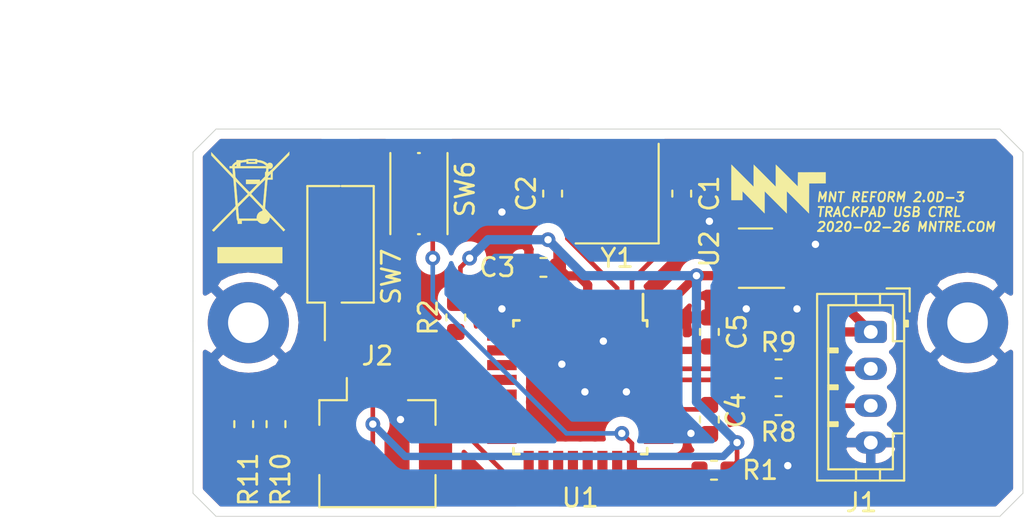
<source format=kicad_pcb>
(kicad_pcb (version 20171130) (host pcbnew 5.1.2+dfsg1-1)

  (general
    (thickness 1.6)
    (drawings 12)
    (tracks 143)
    (zones 0)
    (modules 22)
    (nets 35)
  )

  (page A4)
  (layers
    (0 F.Cu signal)
    (31 B.Cu signal)
    (32 B.Adhes user)
    (33 F.Adhes user)
    (34 B.Paste user)
    (35 F.Paste user)
    (36 B.SilkS user)
    (37 F.SilkS user)
    (38 B.Mask user)
    (39 F.Mask user)
    (40 Dwgs.User user)
    (41 Cmts.User user)
    (42 Eco1.User user)
    (43 Eco2.User user)
    (44 Edge.Cuts user)
    (45 Margin user)
    (46 B.CrtYd user)
    (47 F.CrtYd user)
    (48 B.Fab user)
    (49 F.Fab user hide)
  )

  (setup
    (last_trace_width 0.25)
    (trace_clearance 0.2)
    (zone_clearance 0.508)
    (zone_45_only no)
    (trace_min 0.2)
    (via_size 0.8)
    (via_drill 0.4)
    (via_min_size 0.4)
    (via_min_drill 0.3)
    (uvia_size 0.3)
    (uvia_drill 0.1)
    (uvias_allowed no)
    (uvia_min_size 0.2)
    (uvia_min_drill 0.1)
    (edge_width 0.05)
    (segment_width 0.2)
    (pcb_text_width 0.3)
    (pcb_text_size 1.5 1.5)
    (mod_edge_width 0.12)
    (mod_text_size 1 1)
    (mod_text_width 0.15)
    (pad_size 1.524 1.524)
    (pad_drill 0.762)
    (pad_to_mask_clearance 0.051)
    (solder_mask_min_width 0.25)
    (aux_axis_origin 0 0)
    (visible_elements FFFFFF7F)
    (pcbplotparams
      (layerselection 0x010fc_ffffffff)
      (usegerberextensions false)
      (usegerberattributes false)
      (usegerberadvancedattributes false)
      (creategerberjobfile false)
      (excludeedgelayer true)
      (linewidth 0.100000)
      (plotframeref false)
      (viasonmask false)
      (mode 1)
      (useauxorigin false)
      (hpglpennumber 1)
      (hpglpenspeed 20)
      (hpglpendiameter 15.000000)
      (psnegative false)
      (psa4output false)
      (plotreference true)
      (plotvalue true)
      (plotinvisibletext false)
      (padsonsilk false)
      (subtractmaskfromsilk false)
      (outputformat 1)
      (mirror false)
      (drillshape 0)
      (scaleselection 1)
      (outputdirectory "reform2-trackpad-ctrl-d3"))
  )

  (net 0 "")
  (net 1 GND)
  (net 2 "Net-(C1-Pad1)")
  (net 3 "Net-(C2-Pad2)")
  (net 4 +3V3)
  (net 5 "Net-(C4-Pad1)")
  (net 6 +5V)
  (net 7 "Net-(J1-Pad3)")
  (net 8 "Net-(J1-Pad2)")
  (net 9 SDA)
  (net 10 SCL)
  (net 11 RST)
  (net 12 RDY)
  (net 13 "Net-(R1-Pad2)")
  (net 14 "Net-(R2-Pad1)")
  (net 15 "Net-(R8-Pad2)")
  (net 16 "Net-(R9-Pad1)")
  (net 17 "Net-(U1-Pad26)")
  (net 18 "Net-(U1-Pad25)")
  (net 19 "Net-(U1-Pad23)")
  (net 20 "Net-(U1-Pad22)")
  (net 21 "Net-(U1-Pad21)")
  (net 22 "Net-(U1-Pad20)")
  (net 23 "Net-(U1-Pad18)")
  (net 24 "Net-(U1-Pad17)")
  (net 25 "Net-(U1-Pad14)")
  (net 26 "Net-(U1-Pad12)")
  (net 27 "Net-(U1-Pad11)")
  (net 28 "Net-(U1-Pad10)")
  (net 29 "Net-(U1-Pad9)")
  (net 30 "Net-(U1-Pad8)")
  (net 31 "Net-(U1-Pad7)")
  (net 32 "Net-(U1-Pad6)")
  (net 33 "Net-(U1-Pad5)")
  (net 34 "Net-(U2-Pad4)")

  (net_class Default "This is the default net class."
    (clearance 0.2)
    (trace_width 0.25)
    (via_dia 0.8)
    (via_drill 0.4)
    (uvia_dia 0.3)
    (uvia_drill 0.1)
    (add_net +3V3)
    (add_net +5V)
    (add_net GND)
    (add_net "Net-(C1-Pad1)")
    (add_net "Net-(C2-Pad2)")
    (add_net "Net-(C4-Pad1)")
    (add_net "Net-(J1-Pad2)")
    (add_net "Net-(J1-Pad3)")
    (add_net "Net-(R1-Pad2)")
    (add_net "Net-(R2-Pad1)")
    (add_net "Net-(R8-Pad2)")
    (add_net "Net-(R9-Pad1)")
    (add_net "Net-(U1-Pad10)")
    (add_net "Net-(U1-Pad11)")
    (add_net "Net-(U1-Pad12)")
    (add_net "Net-(U1-Pad14)")
    (add_net "Net-(U1-Pad17)")
    (add_net "Net-(U1-Pad18)")
    (add_net "Net-(U1-Pad20)")
    (add_net "Net-(U1-Pad21)")
    (add_net "Net-(U1-Pad22)")
    (add_net "Net-(U1-Pad23)")
    (add_net "Net-(U1-Pad25)")
    (add_net "Net-(U1-Pad26)")
    (add_net "Net-(U1-Pad5)")
    (add_net "Net-(U1-Pad6)")
    (add_net "Net-(U1-Pad7)")
    (add_net "Net-(U1-Pad8)")
    (add_net "Net-(U1-Pad9)")
    (add_net "Net-(U2-Pad4)")
    (add_net RDY)
    (add_net RST)
    (add_net SCL)
    (add_net SDA)
  )

  (module Symbol:WEEE-Logo_4.2x6mm_SilkScreen (layer F.Cu) (tedit 0) (tstamp 5E56C727)
    (at 176.6 99.25)
    (descr "Waste Electrical and Electronic Equipment Directive")
    (tags "Logo WEEE")
    (path /5E5BAC8A)
    (attr virtual)
    (fp_text reference MK1 (at 0 0) (layer F.SilkS) hide
      (effects (font (size 1 1) (thickness 0.15)))
    )
    (fp_text value WEEE (at 0.75 0) (layer F.Fab) hide
      (effects (font (size 1 1) (thickness 0.15)))
    )
    (fp_poly (pts (xy 2.12443 -2.935152) (xy 2.123811 -2.848069) (xy 1.672086 -2.389109) (xy 1.220361 -1.930148)
      (xy 1.220032 -1.719529) (xy 1.219703 -1.508911) (xy 0.94461 -1.508911) (xy 0.937522 -1.45547)
      (xy 0.934838 -1.431112) (xy 0.930313 -1.385241) (xy 0.924191 -1.320595) (xy 0.916712 -1.239909)
      (xy 0.908119 -1.145919) (xy 0.898654 -1.041363) (xy 0.888558 -0.928975) (xy 0.878074 -0.811493)
      (xy 0.867444 -0.691652) (xy 0.856909 -0.572189) (xy 0.846713 -0.455841) (xy 0.837095 -0.345343)
      (xy 0.8283 -0.243431) (xy 0.820568 -0.152842) (xy 0.814142 -0.076313) (xy 0.809263 -0.016579)
      (xy 0.806175 0.023624) (xy 0.805117 0.041559) (xy 0.805118 0.041644) (xy 0.812827 0.056035)
      (xy 0.835981 0.085748) (xy 0.874895 0.131131) (xy 0.929884 0.192529) (xy 1.001264 0.270288)
      (xy 1.089349 0.364754) (xy 1.194454 0.476272) (xy 1.316895 0.605188) (xy 1.35131 0.641287)
      (xy 1.897137 1.213416) (xy 1.808881 1.301436) (xy 1.737485 1.223758) (xy 1.711366 1.195686)
      (xy 1.670566 1.152274) (xy 1.617777 1.096366) (xy 1.555691 1.030808) (xy 1.487 0.958441)
      (xy 1.414396 0.882112) (xy 1.37096 0.836524) (xy 1.289416 0.751119) (xy 1.223504 0.68271)
      (xy 1.171544 0.630053) (xy 1.131855 0.591905) (xy 1.102757 0.56702) (xy 1.082569 0.554156)
      (xy 1.06961 0.552068) (xy 1.0622 0.559513) (xy 1.058658 0.575246) (xy 1.057303 0.598023)
      (xy 1.057121 0.604239) (xy 1.047703 0.647061) (xy 1.024497 0.698819) (xy 0.992136 0.751328)
      (xy 0.955252 0.796403) (xy 0.940493 0.810328) (xy 0.864767 0.859047) (xy 0.776308 0.886306)
      (xy 0.6981 0.892773) (xy 0.609468 0.880576) (xy 0.527612 0.844813) (xy 0.455164 0.786722)
      (xy 0.441797 0.772262) (xy 0.392918 0.716733) (xy -0.452674 0.716733) (xy -0.452674 0.892773)
      (xy -0.67901 0.892773) (xy -0.67901 0.810531) (xy -0.68185 0.754386) (xy -0.691393 0.715416)
      (xy -0.702991 0.694219) (xy -0.711277 0.679052) (xy -0.718373 0.657062) (xy -0.724748 0.624987)
      (xy -0.730872 0.579569) (xy -0.737216 0.517548) (xy -0.74425 0.435662) (xy -0.749066 0.374746)
      (xy -0.771161 0.089343) (xy -1.313565 0.638805) (xy -1.411637 0.738228) (xy -1.505784 0.833815)
      (xy -1.594285 0.92381) (xy -1.67542 1.006457) (xy -1.747469 1.080001) (xy -1.808712 1.142684)
      (xy -1.857427 1.192752) (xy -1.891896 1.228448) (xy -1.910379 1.247995) (xy -1.940743 1.278944)
      (xy -1.966071 1.30053) (xy -1.979695 1.307723) (xy -1.997095 1.299297) (xy -2.02246 1.278245)
      (xy -2.031058 1.269671) (xy -2.067514 1.23162) (xy -1.866802 1.027658) (xy -1.815596 0.975699)
      (xy -1.749569 0.90882) (xy -1.671618 0.82995) (xy -1.584638 0.742014) (xy -1.491526 0.647941)
      (xy -1.395179 0.550658) (xy -1.298492 0.453093) (xy -1.229134 0.383145) (xy -1.123703 0.27655)
      (xy -1.035129 0.186307) (xy -0.962281 0.111192) (xy -0.904023 0.049986) (xy -0.859225 0.001466)
      (xy -0.837021 -0.023871) (xy -0.658724 -0.023871) (xy -0.636401 0.261555) (xy -0.629669 0.345219)
      (xy -0.623157 0.421727) (xy -0.617234 0.487081) (xy -0.612268 0.537281) (xy -0.608629 0.568329)
      (xy -0.607458 0.575273) (xy -0.600838 0.603565) (xy 0.348636 0.603565) (xy 0.354974 0.524606)
      (xy 0.37411 0.431315) (xy 0.414154 0.348791) (xy 0.472582 0.280038) (xy 0.546871 0.228063)
      (xy 0.630252 0.196863) (xy 0.657302 0.182228) (xy 0.670844 0.150819) (xy 0.671128 0.149434)
      (xy 0.672753 0.136174) (xy 0.670744 0.122595) (xy 0.663142 0.106181) (xy 0.647984 0.084411)
      (xy 0.623312 0.054767) (xy 0.587164 0.014732) (xy 0.53758 -0.038215) (xy 0.472599 -0.106591)
      (xy 0.468401 -0.110995) (xy 0.398507 -0.184389) (xy 0.3242 -0.262563) (xy 0.250586 -0.340136)
      (xy 0.182771 -0.411725) (xy 0.12586 -0.471949) (xy 0.113168 -0.485413) (xy 0.064513 -0.53618)
      (xy 0.021291 -0.579625) (xy -0.013395 -0.612759) (xy -0.036444 -0.632595) (xy -0.044182 -0.636954)
      (xy -0.055722 -0.62783) (xy -0.08271 -0.6028) (xy -0.123021 -0.563948) (xy -0.174529 -0.513357)
      (xy -0.235109 -0.453112) (xy -0.302636 -0.385296) (xy -0.357826 -0.329435) (xy -0.658724 -0.023871)
      (xy -0.837021 -0.023871) (xy -0.826751 -0.035589) (xy -0.805471 -0.062401) (xy -0.794251 -0.080192)
      (xy -0.791754 -0.08843) (xy -0.7927 -0.10641) (xy -0.795573 -0.147108) (xy -0.800187 -0.208181)
      (xy -0.806358 -0.287287) (xy -0.813898 -0.382086) (xy -0.822621 -0.490233) (xy -0.832343 -0.609388)
      (xy -0.842876 -0.737209) (xy -0.851365 -0.839365) (xy -0.899396 -1.415326) (xy -0.775805 -1.415326)
      (xy -0.775273 -1.402896) (xy -0.772769 -1.36789) (xy -0.768496 -1.312785) (xy -0.762653 -1.240057)
      (xy -0.755443 -1.152186) (xy -0.747066 -1.051649) (xy -0.737723 -0.940923) (xy -0.728758 -0.835795)
      (xy -0.718602 -0.716517) (xy -0.709142 -0.60392) (xy -0.700596 -0.500695) (xy -0.693179 -0.409527)
      (xy -0.687108 -0.333105) (xy -0.682601 -0.274117) (xy -0.679873 -0.235251) (xy -0.679116 -0.220156)
      (xy -0.677935 -0.210762) (xy -0.673256 -0.207034) (xy -0.663276 -0.210529) (xy -0.64619 -0.222801)
      (xy -0.620196 -0.245406) (xy -0.58349 -0.2799) (xy -0.534267 -0.327838) (xy -0.470726 -0.390776)
      (xy -0.403305 -0.458032) (xy -0.127601 -0.733523) (xy -0.129533 -0.735594) (xy 0.05271 -0.735594)
      (xy 0.061016 -0.72422) (xy 0.084267 -0.697437) (xy 0.120135 -0.657708) (xy 0.166287 -0.607493)
      (xy 0.220394 -0.549254) (xy 0.280126 -0.485453) (xy 0.343152 -0.418551) (xy 0.407142 -0.35101)
      (xy 0.469764 -0.28529) (xy 0.52869 -0.223854) (xy 0.581588 -0.169163) (xy 0.626128 -0.123678)
      (xy 0.65998 -0.089862) (xy 0.680812 -0.070174) (xy 0.686494 -0.066163) (xy 0.688366 -0.079109)
      (xy 0.692254 -0.114866) (xy 0.697943 -0.171196) (xy 0.705219 -0.24586) (xy 0.713869 -0.33662)
      (xy 0.723678 -0.441238) (xy 0.734434 -0.557474) (xy 0.745921 -0.683092) (xy 0.755093 -0.784382)
      (xy 0.766826 -0.915721) (xy 0.777665 -1.039448) (xy 0.78743 -1.153319) (xy 0.795937 -1.255089)
      (xy 0.803005 -1.342513) (xy 0.808451 -1.413347) (xy 0.812092 -1.465347) (xy 0.813747 -1.496268)
      (xy 0.813558 -1.504297) (xy 0.803666 -1.497146) (xy 0.778476 -1.474159) (xy 0.74019 -1.437561)
      (xy 0.691011 -1.389578) (xy 0.633139 -1.332434) (xy 0.568778 -1.268353) (xy 0.500129 -1.199562)
      (xy 0.429395 -1.128284) (xy 0.358778 -1.056745) (xy 0.29048 -0.98717) (xy 0.226704 -0.921783)
      (xy 0.16965 -0.862809) (xy 0.121522 -0.812473) (xy 0.084522 -0.773001) (xy 0.060852 -0.746617)
      (xy 0.05271 -0.735594) (xy -0.129533 -0.735594) (xy -0.230409 -0.843705) (xy -0.282768 -0.899623)
      (xy -0.341535 -0.962052) (xy -0.404385 -1.028557) (xy -0.468995 -1.096702) (xy -0.533042 -1.164052)
      (xy -0.594203 -1.228172) (xy -0.650153 -1.286628) (xy -0.69857 -1.336982) (xy -0.73713 -1.376802)
      (xy -0.763509 -1.40365) (xy -0.775384 -1.415092) (xy -0.775805 -1.415326) (xy -0.899396 -1.415326)
      (xy -0.911401 -1.559274) (xy -1.511938 -2.190842) (xy -2.112475 -2.822411) (xy -2.112034 -2.910685)
      (xy -2.111592 -2.99896) (xy -2.014583 -2.895334) (xy -1.960291 -2.837537) (xy -1.896192 -2.769632)
      (xy -1.824016 -2.693428) (xy -1.745492 -2.610731) (xy -1.662349 -2.523347) (xy -1.576319 -2.433085)
      (xy -1.48913 -2.34175) (xy -1.402513 -2.251151) (xy -1.318197 -2.163093) (xy -1.237912 -2.079385)
      (xy -1.163387 -2.001833) (xy -1.096354 -1.932243) (xy -1.038541 -1.872424) (xy -0.991679 -1.824182)
      (xy -0.957496 -1.789324) (xy -0.937724 -1.769657) (xy -0.93339 -1.765884) (xy -0.933092 -1.779008)
      (xy -0.934731 -1.812611) (xy -0.938023 -1.86212) (xy -0.942682 -1.922963) (xy -0.944682 -1.947268)
      (xy -0.959577 -2.125049) (xy -0.842955 -2.125049) (xy -0.836934 -2.096757) (xy -0.833863 -2.074382)
      (xy -0.829548 -2.032283) (xy -0.824488 -1.975822) (xy -0.819181 -1.910365) (xy -0.817344 -1.886138)
      (xy -0.811927 -1.816579) (xy -0.806459 -1.751982) (xy -0.801488 -1.698452) (xy -0.797561 -1.66209)
      (xy -0.796675 -1.655491) (xy -0.793334 -1.641944) (xy -0.786101 -1.626086) (xy -0.77344 -1.606139)
      (xy -0.753811 -1.580327) (xy -0.725678 -1.546871) (xy -0.687502 -1.503993) (xy -0.637746 -1.449917)
      (xy -0.574871 -1.382864) (xy -0.497341 -1.301057) (xy -0.418251 -1.21805) (xy -0.339564 -1.135906)
      (xy -0.266112 -1.059831) (xy -0.199724 -0.991675) (xy -0.142227 -0.933288) (xy -0.095451 -0.886519)
      (xy -0.061224 -0.853218) (xy -0.041373 -0.835233) (xy -0.03714 -0.832558) (xy -0.026003 -0.842259)
      (xy 0.000029 -0.867559) (xy 0.03843 -0.905918) (xy 0.086672 -0.9548) (xy 0.14223 -1.011666)
      (xy 0.182408 -1.053094) (xy 0.392169 -1.27) (xy -0.226337 -1.27) (xy -0.226337 -1.508911)
      (xy 0.528119 -1.508911) (xy 0.528119 -1.402458) (xy 0.666435 -1.540346) (xy 0.764553 -1.63816)
      (xy 0.955643 -1.63816) (xy 0.957471 -1.62273) (xy 0.966723 -1.614133) (xy 0.98905 -1.610387)
      (xy 1.030105 -1.609511) (xy 1.037376 -1.609505) (xy 1.119109 -1.609505) (xy 1.119109 -1.828828)
      (xy 1.037376 -1.747821) (xy 0.99127 -1.698572) (xy 0.963694 -1.660841) (xy 0.955643 -1.63816)
      (xy 0.764553 -1.63816) (xy 0.804752 -1.678234) (xy 0.804752 -1.801048) (xy 0.805137 -1.85755)
      (xy 0.8069 -1.893495) (xy 0.81095 -1.91347) (xy 0.818199 -1.922063) (xy 0.82913 -1.923861)
      (xy 0.841288 -1.926502) (xy 0.850273 -1.937088) (xy 0.857174 -1.959619) (xy 0.863076 -1.998091)
      (xy 0.869065 -2.056502) (xy 0.870987 -2.077896) (xy 0.875148 -2.125049) (xy -0.842955 -2.125049)
      (xy -0.959577 -2.125049) (xy -1.119109 -2.125049) (xy -1.119109 -2.238218) (xy -1.051314 -2.238218)
      (xy -1.011662 -2.239304) (xy -0.990116 -2.244546) (xy -0.98748 -2.247666) (xy -0.848616 -2.247666)
      (xy -0.841308 -2.240538) (xy -0.815993 -2.238338) (xy -0.798908 -2.238218) (xy -0.741881 -2.238218)
      (xy -0.529221 -2.238218) (xy 0.885302 -2.238218) (xy 0.837458 -2.287214) (xy 0.76315 -2.347676)
      (xy 0.671184 -2.394309) (xy 0.560002 -2.427751) (xy 0.449529 -2.446247) (xy 0.377227 -2.454878)
      (xy 0.377227 -2.36396) (xy -0.201188 -2.36396) (xy -0.201188 -2.467107) (xy -0.286065 -2.458504)
      (xy -0.345368 -2.451244) (xy -0.408551 -2.441621) (xy -0.446386 -2.434748) (xy -0.521832 -2.419593)
      (xy -0.525526 -2.328905) (xy -0.529221 -2.238218) (xy -0.741881 -2.238218) (xy -0.741881 -2.288515)
      (xy -0.743544 -2.320024) (xy -0.747697 -2.337537) (xy -0.749371 -2.338812) (xy -0.767987 -2.330746)
      (xy -0.795183 -2.31118) (xy -0.822448 -2.287056) (xy -0.841267 -2.265318) (xy -0.842943 -2.262492)
      (xy -0.848616 -2.247666) (xy -0.98748 -2.247666) (xy -0.979662 -2.256919) (xy -0.975442 -2.270396)
      (xy -0.958219 -2.305373) (xy -0.925138 -2.347421) (xy -0.881893 -2.390644) (xy -0.834174 -2.429146)
      (xy -0.80283 -2.449199) (xy -0.767123 -2.471149) (xy -0.748819 -2.489589) (xy -0.742388 -2.511332)
      (xy -0.741894 -2.524282) (xy -0.741894 -2.527425) (xy -0.100594 -2.527425) (xy -0.100594 -2.464554)
      (xy 0.276633 -2.464554) (xy 0.276633 -2.527425) (xy -0.100594 -2.527425) (xy -0.741894 -2.527425)
      (xy -0.741881 -2.565148) (xy -0.636048 -2.565148) (xy -0.587355 -2.563971) (xy -0.549405 -2.560835)
      (xy -0.528308 -2.556329) (xy -0.526023 -2.554505) (xy -0.512641 -2.551705) (xy -0.480074 -2.552852)
      (xy -0.433916 -2.557607) (xy -0.402376 -2.561997) (xy -0.345188 -2.570622) (xy -0.292886 -2.578409)
      (xy -0.253582 -2.584153) (xy -0.242055 -2.585785) (xy -0.211937 -2.595112) (xy -0.201188 -2.609728)
      (xy -0.19792 -2.61568) (xy -0.18623 -2.620222) (xy -0.163288 -2.62353) (xy -0.126265 -2.625785)
      (xy -0.072332 -2.627166) (xy 0.00134 -2.62785) (xy 0.08802 -2.62802) (xy 0.180529 -2.627923)
      (xy 0.250906 -2.62747) (xy 0.302164 -2.62641) (xy 0.33732 -2.624497) (xy 0.359389 -2.621481)
      (xy 0.371385 -2.617115) (xy 0.376324 -2.611151) (xy 0.377227 -2.604216) (xy 0.384921 -2.582205)
      (xy 0.410121 -2.569679) (xy 0.456009 -2.565212) (xy 0.464264 -2.565148) (xy 0.541973 -2.557132)
      (xy 0.630233 -2.535064) (xy 0.721085 -2.501916) (xy 0.80657 -2.460661) (xy 0.878726 -2.414269)
      (xy 0.888072 -2.406918) (xy 0.918533 -2.383002) (xy 0.936572 -2.373424) (xy 0.949169 -2.37652)
      (xy 0.9621 -2.389296) (xy 1.000293 -2.414322) (xy 1.049998 -2.423929) (xy 1.103524 -2.418933)
      (xy 1.153178 -2.400149) (xy 1.191267 -2.368394) (xy 1.194025 -2.364703) (xy 1.222526 -2.305425)
      (xy 1.227828 -2.244066) (xy 1.210518 -2.185573) (xy 1.17118 -2.134896) (xy 1.16637 -2.130711)
      (xy 1.13844 -2.110833) (xy 1.110102 -2.102079) (xy 1.070263 -2.101447) (xy 1.060311 -2.102008)
      (xy 1.021332 -2.103438) (xy 1.001254 -2.100161) (xy 0.993985 -2.090272) (xy 0.99324 -2.081039)
      (xy 0.991716 -2.054256) (xy 0.987935 -2.013975) (xy 0.985218 -1.989876) (xy 0.981277 -1.951599)
      (xy 0.982916 -1.932004) (xy 0.992421 -1.924842) (xy 1.009351 -1.923861) (xy 1.019392 -1.927099)
      (xy 1.03559 -1.93758) (xy 1.059145 -1.956452) (xy 1.091257 -1.984865) (xy 1.133128 -2.023965)
      (xy 1.185957 -2.074903) (xy 1.250945 -2.138827) (xy 1.329291 -2.216886) (xy 1.422197 -2.310228)
      (xy 1.530863 -2.420002) (xy 1.583231 -2.473048) (xy 2.125049 -3.022233) (xy 2.12443 -2.935152)) (layer F.SilkS) (width 0.01))
    (fp_poly (pts (xy 1.747822 3.017822) (xy -1.772971 3.017822) (xy -1.772971 2.150198) (xy 1.747822 2.150198)
      (xy 1.747822 3.017822)) (layer F.SilkS) (width 0.01))
  )

  (module Connector_FFC-FPC:Hirose_FH12-6S-0.5SH_1x06-1MP_P0.50mm_Horizontal (layer F.Cu) (tedit 5AEE0F8A) (tstamp 5E545BE1)
    (at 183.5 111)
    (descr "Molex FH12, FFC/FPC connector, FH12-6S-0.5SH, 6 Pins per row (https://www.hirose.com/product/en/products/FH12/FH12-24S-0.5SH(55)/), generated with kicad-footprint-generator")
    (tags "connector Hirose  top entry")
    (path /5D3375CD)
    (attr smd)
    (fp_text reference J2 (at 0 -3.7) (layer F.SilkS)
      (effects (font (size 1 1) (thickness 0.15)))
    )
    (fp_text value Conn_01x06_Female (at 0 5.6) (layer F.Fab)
      (effects (font (size 1 1) (thickness 0.15)))
    )
    (fp_text user %R (at 0 3.7) (layer F.Fab)
      (effects (font (size 1 1) (thickness 0.15)))
    )
    (fp_line (start 4.55 -3) (end -4.55 -3) (layer F.CrtYd) (width 0.05))
    (fp_line (start 4.55 4.9) (end 4.55 -3) (layer F.CrtYd) (width 0.05))
    (fp_line (start -4.55 4.9) (end 4.55 4.9) (layer F.CrtYd) (width 0.05))
    (fp_line (start -4.55 -3) (end -4.55 4.9) (layer F.CrtYd) (width 0.05))
    (fp_line (start -1.25 -0.492893) (end -0.75 -1.2) (layer F.Fab) (width 0.1))
    (fp_line (start -1.75 -1.2) (end -1.25 -0.492893) (layer F.Fab) (width 0.1))
    (fp_line (start -1.66 -1.3) (end -1.66 -2.5) (layer F.SilkS) (width 0.12))
    (fp_line (start 3.15 4.5) (end 3.15 2.76) (layer F.SilkS) (width 0.12))
    (fp_line (start -3.15 4.5) (end 3.15 4.5) (layer F.SilkS) (width 0.12))
    (fp_line (start -3.15 2.76) (end -3.15 4.5) (layer F.SilkS) (width 0.12))
    (fp_line (start 3.15 -1.3) (end 3.15 0.04) (layer F.SilkS) (width 0.12))
    (fp_line (start 1.66 -1.3) (end 3.15 -1.3) (layer F.SilkS) (width 0.12))
    (fp_line (start -3.15 -1.3) (end -3.15 0.04) (layer F.SilkS) (width 0.12))
    (fp_line (start -1.66 -1.3) (end -3.15 -1.3) (layer F.SilkS) (width 0.12))
    (fp_line (start 2.95 4.4) (end 0 4.4) (layer F.Fab) (width 0.1))
    (fp_line (start 2.95 3.7) (end 2.95 4.4) (layer F.Fab) (width 0.1))
    (fp_line (start 2.45 3.7) (end 2.95 3.7) (layer F.Fab) (width 0.1))
    (fp_line (start 2.45 3.4) (end 2.45 3.7) (layer F.Fab) (width 0.1))
    (fp_line (start 3.05 3.4) (end 2.45 3.4) (layer F.Fab) (width 0.1))
    (fp_line (start 3.05 -1.2) (end 3.05 3.4) (layer F.Fab) (width 0.1))
    (fp_line (start 0 -1.2) (end 3.05 -1.2) (layer F.Fab) (width 0.1))
    (fp_line (start -2.95 4.4) (end 0 4.4) (layer F.Fab) (width 0.1))
    (fp_line (start -2.95 3.7) (end -2.95 4.4) (layer F.Fab) (width 0.1))
    (fp_line (start -2.45 3.7) (end -2.95 3.7) (layer F.Fab) (width 0.1))
    (fp_line (start -2.45 3.4) (end -2.45 3.7) (layer F.Fab) (width 0.1))
    (fp_line (start -3.05 3.4) (end -2.45 3.4) (layer F.Fab) (width 0.1))
    (fp_line (start -3.05 -1.2) (end -3.05 3.4) (layer F.Fab) (width 0.1))
    (fp_line (start 0 -1.2) (end -3.05 -1.2) (layer F.Fab) (width 0.1))
    (pad 6 smd rect (at 1.25 -1.85) (size 0.3 1.3) (layers F.Cu F.Paste F.Mask)
      (net 12 RDY))
    (pad 5 smd rect (at 0.75 -1.85) (size 0.3 1.3) (layers F.Cu F.Paste F.Mask)
      (net 11 RST))
    (pad 4 smd rect (at 0.25 -1.85) (size 0.3 1.3) (layers F.Cu F.Paste F.Mask)
      (net 1 GND))
    (pad 3 smd rect (at -0.25 -1.85) (size 0.3 1.3) (layers F.Cu F.Paste F.Mask)
      (net 4 +3V3))
    (pad 2 smd rect (at -0.75 -1.85) (size 0.3 1.3) (layers F.Cu F.Paste F.Mask)
      (net 10 SCL))
    (pad 1 smd rect (at -1.25 -1.85) (size 0.3 1.3) (layers F.Cu F.Paste F.Mask)
      (net 9 SDA))
    (pad MP smd rect (at -3.15 1.4) (size 1.8 2.2) (layers F.Cu F.Paste F.Mask))
    (pad MP smd rect (at 3.15 1.4) (size 1.8 2.2) (layers F.Cu F.Paste F.Mask))
    (model ${KIPRJMOD}/3d-models/FH12-6S-0.5SH0-fixed.wrl
      (offset (xyz 0 0 0.8))
      (scale (xyz 0.4 0.4 0.4))
      (rotate (xyz 0 90 -180))
    )
  )

  (module footprints:mnt-minilogo (layer F.Cu) (tedit 0) (tstamp 5E545C2A)
    (at 205.25 98.25)
    (path /5B61922F)
    (fp_text reference MK13 (at 0 0) (layer F.SilkS) hide
      (effects (font (size 1.524 1.524) (thickness 0.3)))
    )
    (fp_text value LOGO (at 0.75 0) (layer F.SilkS) hide
      (effects (font (size 1.524 1.524) (thickness 0.3)))
    )
    (fp_poly (pts (xy -1.9558 -0.7239) (xy -1.354667 -0.122811) (xy -1.354667 -0.721806) (xy -1.354561 -0.829796)
      (xy -1.354254 -0.929905) (xy -1.353758 -1.021054) (xy -1.353088 -1.102165) (xy -1.352258 -1.172162)
      (xy -1.35128 -1.229967) (xy -1.350169 -1.274502) (xy -1.348939 -1.30469) (xy -1.347603 -1.319454)
      (xy -1.347041 -1.3208) (xy -1.340135 -1.314917) (xy -1.322129 -1.297806) (xy -1.293837 -1.270277)
      (xy -1.256071 -1.233136) (xy -1.209644 -1.187193) (xy -1.155367 -1.133255) (xy -1.094054 -1.072132)
      (xy -1.026517 -1.00463) (xy -0.953568 -0.931558) (xy -0.87602 -0.853725) (xy -0.794685 -0.771938)
      (xy -0.745908 -0.722819) (xy -0.1524 -0.124838) (xy -0.1524 -0.722819) (xy -0.152312 -0.821758)
      (xy -0.152058 -0.915585) (xy -0.151652 -1.002952) (xy -0.151109 -1.08251) (xy -0.150444 -1.152909)
      (xy -0.149669 -1.212802) (xy -0.1488 -1.260839) (xy -0.147852 -1.295671) (xy -0.146838 -1.31595)
      (xy -0.146027 -1.3208) (xy -0.139274 -1.31494) (xy -0.121377 -1.297899) (xy -0.093153 -1.270483)
      (xy -0.055417 -1.2335) (xy -0.008984 -1.187757) (xy 0.045328 -1.134061) (xy 0.106706 -1.073219)
      (xy 0.174333 -1.006037) (xy 0.247393 -0.933323) (xy 0.325071 -0.855885) (xy 0.406551 -0.774528)
      (xy 0.45299 -0.728105) (xy 1.045634 -0.135411) (xy 1.049867 -0.518555) (xy 1.0541 -0.9017)
      (xy 1.805517 -0.903862) (xy 2.556934 -0.906025) (xy 2.556934 -0.304948) (xy 1.655234 -0.300566)
      (xy 1.653074 0.512168) (xy 1.650914 1.324903) (xy 1.049824 0.723857) (xy 0.448733 0.122812)
      (xy 0.448733 1.324989) (xy -0.152342 0.723958) (xy -0.753418 0.122926) (xy -0.755592 0.721872)
      (xy -0.757766 1.320817) (xy -1.356783 0.7218) (xy -1.9558 0.122782) (xy -1.9558 0.601133)
      (xy -2.556933 0.601133) (xy -2.556933 -1.324988) (xy -1.9558 -0.7239)) (layer F.SilkS) (width 0.01))
  )

  (module Crystal:Crystal_SMD_3225-4Pin_3.2x2.5mm_HandSoldering (layer F.Cu) (tedit 5A0FD1B2) (tstamp 5E545D2E)
    (at 196.5 98.5 90)
    (descr "SMD Crystal SERIES SMD3225/4 http://www.txccrystal.com/images/pdf/7m-accuracy.pdf, hand-soldering, 3.2x2.5mm^2 package")
    (tags "SMD SMT crystal hand-soldering")
    (path /5B608FD3)
    (attr smd)
    (fp_text reference Y1 (at -3.5 0) (layer F.SilkS)
      (effects (font (size 1 1) (thickness 0.15)))
    )
    (fp_text value Crystal_GND24 (at 0 3.05 90) (layer F.Fab)
      (effects (font (size 1 1) (thickness 0.15)))
    )
    (fp_line (start 2.8 -2.3) (end -2.8 -2.3) (layer F.CrtYd) (width 0.05))
    (fp_line (start 2.8 2.3) (end 2.8 -2.3) (layer F.CrtYd) (width 0.05))
    (fp_line (start -2.8 2.3) (end 2.8 2.3) (layer F.CrtYd) (width 0.05))
    (fp_line (start -2.8 -2.3) (end -2.8 2.3) (layer F.CrtYd) (width 0.05))
    (fp_line (start -2.7 2.25) (end 2.7 2.25) (layer F.SilkS) (width 0.12))
    (fp_line (start -2.7 -2.25) (end -2.7 2.25) (layer F.SilkS) (width 0.12))
    (fp_line (start -1.6 0.25) (end -0.6 1.25) (layer F.Fab) (width 0.1))
    (fp_line (start 1.6 -1.25) (end -1.6 -1.25) (layer F.Fab) (width 0.1))
    (fp_line (start 1.6 1.25) (end 1.6 -1.25) (layer F.Fab) (width 0.1))
    (fp_line (start -1.6 1.25) (end 1.6 1.25) (layer F.Fab) (width 0.1))
    (fp_line (start -1.6 -1.25) (end -1.6 1.25) (layer F.Fab) (width 0.1))
    (fp_text user %R (at 0 0 90) (layer F.Fab)
      (effects (font (size 0.7 0.7) (thickness 0.105)))
    )
    (pad 4 smd rect (at -1.45 -1.15 90) (size 2.1 1.8) (layers F.Cu F.Paste F.Mask)
      (net 1 GND))
    (pad 3 smd rect (at 1.45 -1.15 90) (size 2.1 1.8) (layers F.Cu F.Paste F.Mask)
      (net 3 "Net-(C2-Pad2)"))
    (pad 2 smd rect (at 1.45 1.15 90) (size 2.1 1.8) (layers F.Cu F.Paste F.Mask)
      (net 1 GND))
    (pad 1 smd rect (at -1.45 1.15 90) (size 2.1 1.8) (layers F.Cu F.Paste F.Mask)
      (net 2 "Net-(C1-Pad1)"))
    (model ${KISYS3DMOD}/Crystal.3dshapes/Crystal_SMD_3225-4Pin_3.2x2.5mm_HandSoldering.wrl
      (at (xyz 0 0 0))
      (scale (xyz 1 1 1))
      (rotate (xyz 0 0 0))
    )
  )

  (module Package_TO_SOT_SMD:SOT-23-5 (layer F.Cu) (tedit 5A02FF57) (tstamp 5E545D1A)
    (at 204 102 180)
    (descr "5-pin SOT23 package")
    (tags SOT-23-5)
    (path /5DAEEA1F)
    (attr smd)
    (fp_text reference U2 (at 2.5 0.5 90) (layer F.SilkS)
      (effects (font (size 1 1) (thickness 0.15)))
    )
    (fp_text value TLV75533PDBV (at 0 2.9) (layer F.Fab)
      (effects (font (size 1 1) (thickness 0.15)))
    )
    (fp_line (start 0.9 -1.55) (end 0.9 1.55) (layer F.Fab) (width 0.1))
    (fp_line (start 0.9 1.55) (end -0.9 1.55) (layer F.Fab) (width 0.1))
    (fp_line (start -0.9 -0.9) (end -0.9 1.55) (layer F.Fab) (width 0.1))
    (fp_line (start 0.9 -1.55) (end -0.25 -1.55) (layer F.Fab) (width 0.1))
    (fp_line (start -0.9 -0.9) (end -0.25 -1.55) (layer F.Fab) (width 0.1))
    (fp_line (start -1.9 1.8) (end -1.9 -1.8) (layer F.CrtYd) (width 0.05))
    (fp_line (start 1.9 1.8) (end -1.9 1.8) (layer F.CrtYd) (width 0.05))
    (fp_line (start 1.9 -1.8) (end 1.9 1.8) (layer F.CrtYd) (width 0.05))
    (fp_line (start -1.9 -1.8) (end 1.9 -1.8) (layer F.CrtYd) (width 0.05))
    (fp_line (start 0.9 -1.61) (end -1.55 -1.61) (layer F.SilkS) (width 0.12))
    (fp_line (start -0.9 1.61) (end 0.9 1.61) (layer F.SilkS) (width 0.12))
    (fp_text user %R (at 0 0 90) (layer F.Fab)
      (effects (font (size 0.5 0.5) (thickness 0.075)))
    )
    (pad 5 smd rect (at 1.1 -0.95 180) (size 1.06 0.65) (layers F.Cu F.Paste F.Mask)
      (net 4 +3V3))
    (pad 4 smd rect (at 1.1 0.95 180) (size 1.06 0.65) (layers F.Cu F.Paste F.Mask)
      (net 34 "Net-(U2-Pad4)"))
    (pad 3 smd rect (at -1.1 0.95 180) (size 1.06 0.65) (layers F.Cu F.Paste F.Mask)
      (net 6 +5V))
    (pad 2 smd rect (at -1.1 0 180) (size 1.06 0.65) (layers F.Cu F.Paste F.Mask)
      (net 1 GND))
    (pad 1 smd rect (at -1.1 -0.95 180) (size 1.06 0.65) (layers F.Cu F.Paste F.Mask)
      (net 6 +5V))
    (model ${KISYS3DMOD}/Package_TO_SOT_SMD.3dshapes/SOT-23-5.wrl
      (at (xyz 0 0 0))
      (scale (xyz 1 1 1))
      (rotate (xyz 0 0 0))
    )
  )

  (module Package_QFP:TQFP-32_7x7mm_P0.8mm (layer F.Cu) (tedit 5A02F146) (tstamp 5E54685B)
    (at 194.5 109 270)
    (descr "32-Lead Plastic Thin Quad Flatpack (PT) - 7x7x1.0 mm Body, 2.00 mm [TQFP] (see Microchip Packaging Specification 00000049BS.pdf)")
    (tags "QFP 0.8")
    (path /5B5DCA22)
    (attr smd)
    (fp_text reference U1 (at 6 0 180) (layer F.SilkS)
      (effects (font (size 1 1) (thickness 0.15)))
    )
    (fp_text value ATmega32U2-AU (at 0 6.05 90) (layer F.Fab)
      (effects (font (size 1 1) (thickness 0.15)))
    )
    (fp_line (start -3.625 -3.4) (end -5.05 -3.4) (layer F.SilkS) (width 0.15))
    (fp_line (start 3.625 -3.625) (end 3.3 -3.625) (layer F.SilkS) (width 0.15))
    (fp_line (start 3.625 3.625) (end 3.3 3.625) (layer F.SilkS) (width 0.15))
    (fp_line (start -3.625 3.625) (end -3.3 3.625) (layer F.SilkS) (width 0.15))
    (fp_line (start -3.625 -3.625) (end -3.3 -3.625) (layer F.SilkS) (width 0.15))
    (fp_line (start -3.625 3.625) (end -3.625 3.3) (layer F.SilkS) (width 0.15))
    (fp_line (start 3.625 3.625) (end 3.625 3.3) (layer F.SilkS) (width 0.15))
    (fp_line (start 3.625 -3.625) (end 3.625 -3.3) (layer F.SilkS) (width 0.15))
    (fp_line (start -3.625 -3.625) (end -3.625 -3.4) (layer F.SilkS) (width 0.15))
    (fp_line (start -5.3 5.3) (end 5.3 5.3) (layer F.CrtYd) (width 0.05))
    (fp_line (start -5.3 -5.3) (end 5.3 -5.3) (layer F.CrtYd) (width 0.05))
    (fp_line (start 5.3 -5.3) (end 5.3 5.3) (layer F.CrtYd) (width 0.05))
    (fp_line (start -5.3 -5.3) (end -5.3 5.3) (layer F.CrtYd) (width 0.05))
    (fp_line (start -3.5 -2.5) (end -2.5 -3.5) (layer F.Fab) (width 0.15))
    (fp_line (start -3.5 3.5) (end -3.5 -2.5) (layer F.Fab) (width 0.15))
    (fp_line (start 3.5 3.5) (end -3.5 3.5) (layer F.Fab) (width 0.15))
    (fp_line (start 3.5 -3.5) (end 3.5 3.5) (layer F.Fab) (width 0.15))
    (fp_line (start -2.5 -3.5) (end 3.5 -3.5) (layer F.Fab) (width 0.15))
    (fp_text user %R (at 0 0 90) (layer F.Fab)
      (effects (font (size 1 1) (thickness 0.15)))
    )
    (pad 32 smd rect (at -2.8 -4.25) (size 1.6 0.55) (layers F.Cu F.Paste F.Mask)
      (net 4 +3V3))
    (pad 31 smd rect (at -2 -4.25) (size 1.6 0.55) (layers F.Cu F.Paste F.Mask)
      (net 6 +5V))
    (pad 30 smd rect (at -1.2 -4.25) (size 1.6 0.55) (layers F.Cu F.Paste F.Mask)
      (net 16 "Net-(R9-Pad1)"))
    (pad 29 smd rect (at -0.4 -4.25) (size 1.6 0.55) (layers F.Cu F.Paste F.Mask)
      (net 15 "Net-(R8-Pad2)"))
    (pad 28 smd rect (at 0.4 -4.25) (size 1.6 0.55) (layers F.Cu F.Paste F.Mask)
      (net 1 GND))
    (pad 27 smd rect (at 1.2 -4.25) (size 1.6 0.55) (layers F.Cu F.Paste F.Mask)
      (net 5 "Net-(C4-Pad1)"))
    (pad 26 smd rect (at 2 -4.25) (size 1.6 0.55) (layers F.Cu F.Paste F.Mask)
      (net 17 "Net-(U1-Pad26)"))
    (pad 25 smd rect (at 2.8 -4.25) (size 1.6 0.55) (layers F.Cu F.Paste F.Mask)
      (net 18 "Net-(U1-Pad25)"))
    (pad 24 smd rect (at 4.25 -2.8 270) (size 1.6 0.55) (layers F.Cu F.Paste F.Mask)
      (net 13 "Net-(R1-Pad2)"))
    (pad 23 smd rect (at 4.25 -2 270) (size 1.6 0.55) (layers F.Cu F.Paste F.Mask)
      (net 19 "Net-(U1-Pad23)"))
    (pad 22 smd rect (at 4.25 -1.2 270) (size 1.6 0.55) (layers F.Cu F.Paste F.Mask)
      (net 20 "Net-(U1-Pad22)"))
    (pad 21 smd rect (at 4.25 -0.4 270) (size 1.6 0.55) (layers F.Cu F.Paste F.Mask)
      (net 21 "Net-(U1-Pad21)"))
    (pad 20 smd rect (at 4.25 0.4 270) (size 1.6 0.55) (layers F.Cu F.Paste F.Mask)
      (net 22 "Net-(U1-Pad20)"))
    (pad 19 smd rect (at 4.25 1.2 270) (size 1.6 0.55) (layers F.Cu F.Paste F.Mask)
      (net 12 RDY))
    (pad 18 smd rect (at 4.25 2 270) (size 1.6 0.55) (layers F.Cu F.Paste F.Mask)
      (net 23 "Net-(U1-Pad18)"))
    (pad 17 smd rect (at 4.25 2.8 270) (size 1.6 0.55) (layers F.Cu F.Paste F.Mask)
      (net 24 "Net-(U1-Pad17)"))
    (pad 16 smd rect (at 2.8 4.25) (size 1.6 0.55) (layers F.Cu F.Paste F.Mask)
      (net 10 SCL))
    (pad 15 smd rect (at 2 4.25) (size 1.6 0.55) (layers F.Cu F.Paste F.Mask)
      (net 9 SDA))
    (pad 14 smd rect (at 1.2 4.25) (size 1.6 0.55) (layers F.Cu F.Paste F.Mask)
      (net 25 "Net-(U1-Pad14)"))
    (pad 13 smd rect (at 0.4 4.25) (size 1.6 0.55) (layers F.Cu F.Paste F.Mask)
      (net 14 "Net-(R2-Pad1)"))
    (pad 12 smd rect (at -0.4 4.25) (size 1.6 0.55) (layers F.Cu F.Paste F.Mask)
      (net 26 "Net-(U1-Pad12)"))
    (pad 11 smd rect (at -1.2 4.25) (size 1.6 0.55) (layers F.Cu F.Paste F.Mask)
      (net 27 "Net-(U1-Pad11)"))
    (pad 10 smd rect (at -2 4.25) (size 1.6 0.55) (layers F.Cu F.Paste F.Mask)
      (net 28 "Net-(U1-Pad10)"))
    (pad 9 smd rect (at -2.8 4.25) (size 1.6 0.55) (layers F.Cu F.Paste F.Mask)
      (net 29 "Net-(U1-Pad9)"))
    (pad 8 smd rect (at -4.25 2.8 270) (size 1.6 0.55) (layers F.Cu F.Paste F.Mask)
      (net 30 "Net-(U1-Pad8)"))
    (pad 7 smd rect (at -4.25 2 270) (size 1.6 0.55) (layers F.Cu F.Paste F.Mask)
      (net 31 "Net-(U1-Pad7)"))
    (pad 6 smd rect (at -4.25 1.2 270) (size 1.6 0.55) (layers F.Cu F.Paste F.Mask)
      (net 32 "Net-(U1-Pad6)"))
    (pad 5 smd rect (at -4.25 0.4 270) (size 1.6 0.55) (layers F.Cu F.Paste F.Mask)
      (net 33 "Net-(U1-Pad5)"))
    (pad 4 smd rect (at -4.25 -0.4 270) (size 1.6 0.55) (layers F.Cu F.Paste F.Mask)
      (net 4 +3V3))
    (pad 3 smd rect (at -4.25 -1.2 270) (size 1.6 0.55) (layers F.Cu F.Paste F.Mask)
      (net 1 GND))
    (pad 2 smd rect (at -4.25 -2 270) (size 1.6 0.55) (layers F.Cu F.Paste F.Mask)
      (net 3 "Net-(C2-Pad2)"))
    (pad 1 smd rect (at -4.25 -2.8 270) (size 1.6 0.55) (layers F.Cu F.Paste F.Mask)
      (net 2 "Net-(C1-Pad1)"))
    (model ${KISYS3DMOD}/Package_QFP.3dshapes/TQFP-32_7x7mm_P0.8mm.wrl
      (at (xyz 0 0 0))
      (scale (xyz 1 1 1))
      (rotate (xyz 0 0 0))
    )
  )

  (module Button_Switch_SMD:SW_DIP_SPSTx01_Slide_Omron_A6S-110x_W8.9mm_P2.54mm (layer F.Cu) (tedit 5AC88315) (tstamp 5E545CCE)
    (at 181.5 101.25 90)
    (descr "SMD 1x-dip-switch SPST Omron_A6S-110x, Slide, row spacing 8.9 mm (350 mils), body size  (see http://omronfs.omron.com/en_US/ecb/products/pdf/en-a6s.pdf)")
    (tags "SMD DIP Switch SPST Slide 8.9mm 350mil")
    (path /5D9E806B)
    (attr smd)
    (fp_text reference SW7 (at -1.75 2.75 90) (layer F.SilkS)
      (effects (font (size 1 1) (thickness 0.15)))
    )
    (fp_text value SW_HWB (at 0 2.8 90) (layer F.Fab)
      (effects (font (size 1 1) (thickness 0.15)))
    )
    (fp_text user on (at 0.075 -1.145 90) (layer F.Fab)
      (effects (font (size 0.6 0.6) (thickness 0.09)))
    )
    (fp_text user %R (at 2.3 0) (layer F.Fab)
      (effects (font (size 0.6 0.6) (thickness 0.09)))
    )
    (fp_line (start 5.45 -2.05) (end -5.45 -2.05) (layer F.CrtYd) (width 0.05))
    (fp_line (start 5.45 2.05) (end 5.45 -2.05) (layer F.CrtYd) (width 0.05))
    (fp_line (start -5.45 2.05) (end 5.45 2.05) (layer F.CrtYd) (width 0.05))
    (fp_line (start -5.45 -2.05) (end -5.45 2.05) (layer F.CrtYd) (width 0.05))
    (fp_line (start 3.16 0.061) (end 3.16 1.8) (layer F.SilkS) (width 0.12))
    (fp_line (start -3.16 0.061) (end -3.16 1.8) (layer F.SilkS) (width 0.12))
    (fp_line (start 3.16 -1.8) (end 3.16 -0.061) (layer F.SilkS) (width 0.12))
    (fp_line (start -3.16 -1.8) (end 3.16 -1.8) (layer F.SilkS) (width 0.12))
    (fp_line (start -3.16 -1.8) (end -3.16 -0.851) (layer F.SilkS) (width 0.12))
    (fp_line (start -5.2 -0.851) (end -3.16 -0.851) (layer F.SilkS) (width 0.12))
    (fp_line (start -3.16 1.8) (end 3.16 1.8) (layer F.SilkS) (width 0.12))
    (fp_line (start -0.5 -0.55) (end -0.5 0.55) (layer F.Fab) (width 0.1))
    (fp_line (start -1.5 0.55) (end -0.5 0.55) (layer F.Fab) (width 0.1))
    (fp_line (start -1.5 0.45) (end -0.5 0.45) (layer F.Fab) (width 0.1))
    (fp_line (start -1.5 0.35) (end -0.5 0.35) (layer F.Fab) (width 0.1))
    (fp_line (start -1.5 0.25) (end -0.5 0.25) (layer F.Fab) (width 0.1))
    (fp_line (start -1.5 0.15) (end -0.5 0.15) (layer F.Fab) (width 0.1))
    (fp_line (start -1.5 0.05) (end -0.5 0.05) (layer F.Fab) (width 0.1))
    (fp_line (start -1.5 -0.05) (end -0.5 -0.05) (layer F.Fab) (width 0.1))
    (fp_line (start -1.5 -0.15) (end -0.5 -0.15) (layer F.Fab) (width 0.1))
    (fp_line (start -1.5 -0.25) (end -0.5 -0.25) (layer F.Fab) (width 0.1))
    (fp_line (start -1.5 -0.35) (end -0.5 -0.35) (layer F.Fab) (width 0.1))
    (fp_line (start -1.5 -0.45) (end -0.5 -0.45) (layer F.Fab) (width 0.1))
    (fp_line (start 1.5 -0.55) (end -1.5 -0.55) (layer F.Fab) (width 0.1))
    (fp_line (start 1.5 0.55) (end 1.5 -0.55) (layer F.Fab) (width 0.1))
    (fp_line (start -1.5 0.55) (end 1.5 0.55) (layer F.Fab) (width 0.1))
    (fp_line (start -1.5 -0.55) (end -1.5 0.55) (layer F.Fab) (width 0.1))
    (fp_line (start -3.1 -0.74) (end -2.1 -1.74) (layer F.Fab) (width 0.1))
    (fp_line (start -3.1 1.74) (end -3.1 -0.74) (layer F.Fab) (width 0.1))
    (fp_line (start 3.1 1.74) (end -3.1 1.74) (layer F.Fab) (width 0.1))
    (fp_line (start 3.1 -1.74) (end 3.1 1.74) (layer F.Fab) (width 0.1))
    (fp_line (start -2.1 -1.74) (end 3.1 -1.74) (layer F.Fab) (width 0.1))
    (pad 2 smd rect (at 4.45 0 90) (size 1.5 1.1) (layers F.Cu F.Paste F.Mask)
      (net 1 GND))
    (pad 1 smd rect (at -4.45 0 90) (size 1.5 1.1) (layers F.Cu F.Paste F.Mask)
      (net 14 "Net-(R2-Pad1)"))
    (model ${KISYS3DMOD}/Button_Switch_SMD.3dshapes/SW_DIP_SPSTx01_Slide_Omron_A6S-110x_W8.9mm_P2.54mm.wrl
      (at (xyz 0 0 0))
      (scale (xyz 1 1 1))
      (rotate (xyz 0 0 0))
    )
  )

  (module Button_Switch_SMD:SW_Push_1P1T_NO_CK_KMR2 (layer F.Cu) (tedit 5A02FC95) (tstamp 5E545CA6)
    (at 185.75 98.5 90)
    (descr "CK components KMR2 tactile switch http://www.ckswitches.com/media/1479/kmr2.pdf")
    (tags "tactile switch kmr2")
    (path /5DA71827)
    (attr smd)
    (fp_text reference SW6 (at 0.25 2.5 270) (layer F.SilkS)
      (effects (font (size 1 1) (thickness 0.15)))
    )
    (fp_text value SW_RST (at 0 2.55 90) (layer F.Fab)
      (effects (font (size 1 1) (thickness 0.15)))
    )
    (fp_line (start -2.2 0.05) (end -2.2 -0.05) (layer F.SilkS) (width 0.12))
    (fp_line (start 2.2 -1.55) (end -2.2 -1.55) (layer F.SilkS) (width 0.12))
    (fp_line (start -2.2 1.55) (end 2.2 1.55) (layer F.SilkS) (width 0.12))
    (fp_circle (center 0 0) (end 0 0.8) (layer F.Fab) (width 0.1))
    (fp_line (start -2.8 1.8) (end -2.8 -1.8) (layer F.CrtYd) (width 0.05))
    (fp_line (start 2.8 1.8) (end -2.8 1.8) (layer F.CrtYd) (width 0.05))
    (fp_line (start 2.8 -1.8) (end 2.8 1.8) (layer F.CrtYd) (width 0.05))
    (fp_line (start -2.8 -1.8) (end 2.8 -1.8) (layer F.CrtYd) (width 0.05))
    (fp_line (start 2.2 0.05) (end 2.2 -0.05) (layer F.SilkS) (width 0.12))
    (fp_line (start -2.1 1.4) (end -2.1 -1.4) (layer F.Fab) (width 0.1))
    (fp_line (start 2.1 1.4) (end -2.1 1.4) (layer F.Fab) (width 0.1))
    (fp_line (start 2.1 -1.4) (end 2.1 1.4) (layer F.Fab) (width 0.1))
    (fp_line (start -2.1 -1.4) (end 2.1 -1.4) (layer F.Fab) (width 0.1))
    (fp_text user %R (at 0 -2.45 90) (layer F.Fab)
      (effects (font (size 1 1) (thickness 0.15)))
    )
    (pad 2 smd rect (at 2.05 0.8 180) (size 0.9 1) (layers F.Cu F.Paste F.Mask)
      (net 13 "Net-(R1-Pad2)"))
    (pad 1 smd rect (at 2.05 -0.8 180) (size 0.9 1) (layers F.Cu F.Paste F.Mask)
      (net 1 GND))
    (pad 2 smd rect (at -2.05 0.8 180) (size 0.9 1) (layers F.Cu F.Paste F.Mask)
      (net 13 "Net-(R1-Pad2)"))
    (pad 1 smd rect (at -2.05 -0.8 180) (size 0.9 1) (layers F.Cu F.Paste F.Mask)
      (net 1 GND))
    (model ${KISYS3DMOD}/Button_Switch_SMD.3dshapes/SW_Push_1P1T_NO_CK_KMR2.wrl
      (at (xyz 0 0 0))
      (scale (xyz 1 1 1))
      (rotate (xyz 0 0 0))
    )
  )

  (module Resistor_SMD:R_0603_1608Metric (layer F.Cu) (tedit 5B301BBD) (tstamp 5E545C90)
    (at 176.25 111 270)
    (descr "Resistor SMD 0603 (1608 Metric), square (rectangular) end terminal, IPC_7351 nominal, (Body size source: http://www.tortai-tech.com/upload/download/2011102023233369053.pdf), generated with kicad-footprint-generator")
    (tags resistor)
    (path /5DBF5E5D)
    (attr smd)
    (fp_text reference R11 (at 3 -0.25 90) (layer F.SilkS)
      (effects (font (size 1 1) (thickness 0.15)))
    )
    (fp_text value 4.7k (at 0 1.43 90) (layer F.Fab)
      (effects (font (size 1 1) (thickness 0.15)))
    )
    (fp_text user %R (at 0 0 90) (layer F.Fab)
      (effects (font (size 0.4 0.4) (thickness 0.06)))
    )
    (fp_line (start 1.48 0.73) (end -1.48 0.73) (layer F.CrtYd) (width 0.05))
    (fp_line (start 1.48 -0.73) (end 1.48 0.73) (layer F.CrtYd) (width 0.05))
    (fp_line (start -1.48 -0.73) (end 1.48 -0.73) (layer F.CrtYd) (width 0.05))
    (fp_line (start -1.48 0.73) (end -1.48 -0.73) (layer F.CrtYd) (width 0.05))
    (fp_line (start -0.162779 0.51) (end 0.162779 0.51) (layer F.SilkS) (width 0.12))
    (fp_line (start -0.162779 -0.51) (end 0.162779 -0.51) (layer F.SilkS) (width 0.12))
    (fp_line (start 0.8 0.4) (end -0.8 0.4) (layer F.Fab) (width 0.1))
    (fp_line (start 0.8 -0.4) (end 0.8 0.4) (layer F.Fab) (width 0.1))
    (fp_line (start -0.8 -0.4) (end 0.8 -0.4) (layer F.Fab) (width 0.1))
    (fp_line (start -0.8 0.4) (end -0.8 -0.4) (layer F.Fab) (width 0.1))
    (pad 2 smd roundrect (at 0.7875 0 270) (size 0.875 0.95) (layers F.Cu F.Paste F.Mask) (roundrect_rratio 0.25)
      (net 4 +3V3))
    (pad 1 smd roundrect (at -0.7875 0 270) (size 0.875 0.95) (layers F.Cu F.Paste F.Mask) (roundrect_rratio 0.25)
      (net 9 SDA))
    (model ${KISYS3DMOD}/Resistor_SMD.3dshapes/R_0603_1608Metric.wrl
      (at (xyz 0 0 0))
      (scale (xyz 1 1 1))
      (rotate (xyz 0 0 0))
    )
  )

  (module Resistor_SMD:R_0603_1608Metric (layer F.Cu) (tedit 5B301BBD) (tstamp 5E545C7F)
    (at 178 111 270)
    (descr "Resistor SMD 0603 (1608 Metric), square (rectangular) end terminal, IPC_7351 nominal, (Body size source: http://www.tortai-tech.com/upload/download/2011102023233369053.pdf), generated with kicad-footprint-generator")
    (tags resistor)
    (path /5DBF5969)
    (attr smd)
    (fp_text reference R10 (at 3 -0.25 90) (layer F.SilkS)
      (effects (font (size 1 1) (thickness 0.15)))
    )
    (fp_text value 4.7k (at 0 1.43 90) (layer F.Fab)
      (effects (font (size 1 1) (thickness 0.15)))
    )
    (fp_text user %R (at 0 0 90) (layer F.Fab)
      (effects (font (size 0.4 0.4) (thickness 0.06)))
    )
    (fp_line (start 1.48 0.73) (end -1.48 0.73) (layer F.CrtYd) (width 0.05))
    (fp_line (start 1.48 -0.73) (end 1.48 0.73) (layer F.CrtYd) (width 0.05))
    (fp_line (start -1.48 -0.73) (end 1.48 -0.73) (layer F.CrtYd) (width 0.05))
    (fp_line (start -1.48 0.73) (end -1.48 -0.73) (layer F.CrtYd) (width 0.05))
    (fp_line (start -0.162779 0.51) (end 0.162779 0.51) (layer F.SilkS) (width 0.12))
    (fp_line (start -0.162779 -0.51) (end 0.162779 -0.51) (layer F.SilkS) (width 0.12))
    (fp_line (start 0.8 0.4) (end -0.8 0.4) (layer F.Fab) (width 0.1))
    (fp_line (start 0.8 -0.4) (end 0.8 0.4) (layer F.Fab) (width 0.1))
    (fp_line (start -0.8 -0.4) (end 0.8 -0.4) (layer F.Fab) (width 0.1))
    (fp_line (start -0.8 0.4) (end -0.8 -0.4) (layer F.Fab) (width 0.1))
    (pad 2 smd roundrect (at 0.7875 0 270) (size 0.875 0.95) (layers F.Cu F.Paste F.Mask) (roundrect_rratio 0.25)
      (net 4 +3V3))
    (pad 1 smd roundrect (at -0.7875 0 270) (size 0.875 0.95) (layers F.Cu F.Paste F.Mask) (roundrect_rratio 0.25)
      (net 10 SCL))
    (model ${KISYS3DMOD}/Resistor_SMD.3dshapes/R_0603_1608Metric.wrl
      (at (xyz 0 0 0))
      (scale (xyz 1 1 1))
      (rotate (xyz 0 0 0))
    )
  )

  (module Resistor_SMD:R_0603_1608Metric (layer F.Cu) (tedit 5B301BBD) (tstamp 5E545C6E)
    (at 205.25 108)
    (descr "Resistor SMD 0603 (1608 Metric), square (rectangular) end terminal, IPC_7351 nominal, (Body size source: http://www.tortai-tech.com/upload/download/2011102023233369053.pdf), generated with kicad-footprint-generator")
    (tags resistor)
    (path /5DB9DABC)
    (attr smd)
    (fp_text reference R9 (at 0 -1.43) (layer F.SilkS)
      (effects (font (size 1 1) (thickness 0.15)))
    )
    (fp_text value 22 (at 0 1.43) (layer F.Fab)
      (effects (font (size 1 1) (thickness 0.15)))
    )
    (fp_text user %R (at 0 0) (layer F.Fab)
      (effects (font (size 0.4 0.4) (thickness 0.06)))
    )
    (fp_line (start 1.48 0.73) (end -1.48 0.73) (layer F.CrtYd) (width 0.05))
    (fp_line (start 1.48 -0.73) (end 1.48 0.73) (layer F.CrtYd) (width 0.05))
    (fp_line (start -1.48 -0.73) (end 1.48 -0.73) (layer F.CrtYd) (width 0.05))
    (fp_line (start -1.48 0.73) (end -1.48 -0.73) (layer F.CrtYd) (width 0.05))
    (fp_line (start -0.162779 0.51) (end 0.162779 0.51) (layer F.SilkS) (width 0.12))
    (fp_line (start -0.162779 -0.51) (end 0.162779 -0.51) (layer F.SilkS) (width 0.12))
    (fp_line (start 0.8 0.4) (end -0.8 0.4) (layer F.Fab) (width 0.1))
    (fp_line (start 0.8 -0.4) (end 0.8 0.4) (layer F.Fab) (width 0.1))
    (fp_line (start -0.8 -0.4) (end 0.8 -0.4) (layer F.Fab) (width 0.1))
    (fp_line (start -0.8 0.4) (end -0.8 -0.4) (layer F.Fab) (width 0.1))
    (pad 2 smd roundrect (at 0.7875 0) (size 0.875 0.95) (layers F.Cu F.Paste F.Mask) (roundrect_rratio 0.25)
      (net 8 "Net-(J1-Pad2)"))
    (pad 1 smd roundrect (at -0.7875 0) (size 0.875 0.95) (layers F.Cu F.Paste F.Mask) (roundrect_rratio 0.25)
      (net 16 "Net-(R9-Pad1)"))
    (model ${KISYS3DMOD}/Resistor_SMD.3dshapes/R_0603_1608Metric.wrl
      (at (xyz 0 0 0))
      (scale (xyz 1 1 1))
      (rotate (xyz 0 0 0))
    )
  )

  (module Resistor_SMD:R_0603_1608Metric (layer F.Cu) (tedit 5B301BBD) (tstamp 5E545C5D)
    (at 205.25 110 180)
    (descr "Resistor SMD 0603 (1608 Metric), square (rectangular) end terminal, IPC_7351 nominal, (Body size source: http://www.tortai-tech.com/upload/download/2011102023233369053.pdf), generated with kicad-footprint-generator")
    (tags resistor)
    (path /5DB926FB)
    (attr smd)
    (fp_text reference R8 (at 0 -1.43) (layer F.SilkS)
      (effects (font (size 1 1) (thickness 0.15)))
    )
    (fp_text value 22 (at 0 1.43) (layer F.Fab)
      (effects (font (size 1 1) (thickness 0.15)))
    )
    (fp_text user %R (at 0 0) (layer F.Fab)
      (effects (font (size 0.4 0.4) (thickness 0.06)))
    )
    (fp_line (start 1.48 0.73) (end -1.48 0.73) (layer F.CrtYd) (width 0.05))
    (fp_line (start 1.48 -0.73) (end 1.48 0.73) (layer F.CrtYd) (width 0.05))
    (fp_line (start -1.48 -0.73) (end 1.48 -0.73) (layer F.CrtYd) (width 0.05))
    (fp_line (start -1.48 0.73) (end -1.48 -0.73) (layer F.CrtYd) (width 0.05))
    (fp_line (start -0.162779 0.51) (end 0.162779 0.51) (layer F.SilkS) (width 0.12))
    (fp_line (start -0.162779 -0.51) (end 0.162779 -0.51) (layer F.SilkS) (width 0.12))
    (fp_line (start 0.8 0.4) (end -0.8 0.4) (layer F.Fab) (width 0.1))
    (fp_line (start 0.8 -0.4) (end 0.8 0.4) (layer F.Fab) (width 0.1))
    (fp_line (start -0.8 -0.4) (end 0.8 -0.4) (layer F.Fab) (width 0.1))
    (fp_line (start -0.8 0.4) (end -0.8 -0.4) (layer F.Fab) (width 0.1))
    (pad 2 smd roundrect (at 0.7875 0 180) (size 0.875 0.95) (layers F.Cu F.Paste F.Mask) (roundrect_rratio 0.25)
      (net 15 "Net-(R8-Pad2)"))
    (pad 1 smd roundrect (at -0.7875 0 180) (size 0.875 0.95) (layers F.Cu F.Paste F.Mask) (roundrect_rratio 0.25)
      (net 7 "Net-(J1-Pad3)"))
    (model ${KISYS3DMOD}/Resistor_SMD.3dshapes/R_0603_1608Metric.wrl
      (at (xyz 0 0 0))
      (scale (xyz 1 1 1))
      (rotate (xyz 0 0 0))
    )
  )

  (module Resistor_SMD:R_0603_1608Metric (layer F.Cu) (tedit 5B301BBD) (tstamp 5E545C4C)
    (at 187.75 105.2125 90)
    (descr "Resistor SMD 0603 (1608 Metric), square (rectangular) end terminal, IPC_7351 nominal, (Body size source: http://www.tortai-tech.com/upload/download/2011102023233369053.pdf), generated with kicad-footprint-generator")
    (tags resistor)
    (path /5B5F9132)
    (attr smd)
    (fp_text reference R2 (at 0 -1.5 90) (layer F.SilkS)
      (effects (font (size 1 1) (thickness 0.15)))
    )
    (fp_text value 10k (at 0 1.43 90) (layer F.Fab)
      (effects (font (size 1 1) (thickness 0.15)))
    )
    (fp_text user %R (at 0 0 90) (layer F.Fab)
      (effects (font (size 0.4 0.4) (thickness 0.06)))
    )
    (fp_line (start 1.48 0.73) (end -1.48 0.73) (layer F.CrtYd) (width 0.05))
    (fp_line (start 1.48 -0.73) (end 1.48 0.73) (layer F.CrtYd) (width 0.05))
    (fp_line (start -1.48 -0.73) (end 1.48 -0.73) (layer F.CrtYd) (width 0.05))
    (fp_line (start -1.48 0.73) (end -1.48 -0.73) (layer F.CrtYd) (width 0.05))
    (fp_line (start -0.162779 0.51) (end 0.162779 0.51) (layer F.SilkS) (width 0.12))
    (fp_line (start -0.162779 -0.51) (end 0.162779 -0.51) (layer F.SilkS) (width 0.12))
    (fp_line (start 0.8 0.4) (end -0.8 0.4) (layer F.Fab) (width 0.1))
    (fp_line (start 0.8 -0.4) (end 0.8 0.4) (layer F.Fab) (width 0.1))
    (fp_line (start -0.8 -0.4) (end 0.8 -0.4) (layer F.Fab) (width 0.1))
    (fp_line (start -0.8 0.4) (end -0.8 -0.4) (layer F.Fab) (width 0.1))
    (pad 2 smd roundrect (at 0.7875 0 90) (size 0.875 0.95) (layers F.Cu F.Paste F.Mask) (roundrect_rratio 0.25)
      (net 4 +3V3))
    (pad 1 smd roundrect (at -0.7875 0 90) (size 0.875 0.95) (layers F.Cu F.Paste F.Mask) (roundrect_rratio 0.25)
      (net 14 "Net-(R2-Pad1)"))
    (model ${KISYS3DMOD}/Resistor_SMD.3dshapes/R_0603_1608Metric.wrl
      (at (xyz 0 0 0))
      (scale (xyz 1 1 1))
      (rotate (xyz 0 0 0))
    )
  )

  (module Resistor_SMD:R_0603_1608Metric (layer F.Cu) (tedit 5B301BBD) (tstamp 5E545C3B)
    (at 201.75 113.5 180)
    (descr "Resistor SMD 0603 (1608 Metric), square (rectangular) end terminal, IPC_7351 nominal, (Body size source: http://www.tortai-tech.com/upload/download/2011102023233369053.pdf), generated with kicad-footprint-generator")
    (tags resistor)
    (path /5B5FE7C4)
    (attr smd)
    (fp_text reference R1 (at -2.5 0) (layer F.SilkS)
      (effects (font (size 1 1) (thickness 0.15)))
    )
    (fp_text value 10k (at 0 1.43) (layer F.Fab)
      (effects (font (size 1 1) (thickness 0.15)))
    )
    (fp_text user %R (at 0 0) (layer F.Fab)
      (effects (font (size 0.4 0.4) (thickness 0.06)))
    )
    (fp_line (start 1.48 0.73) (end -1.48 0.73) (layer F.CrtYd) (width 0.05))
    (fp_line (start 1.48 -0.73) (end 1.48 0.73) (layer F.CrtYd) (width 0.05))
    (fp_line (start -1.48 -0.73) (end 1.48 -0.73) (layer F.CrtYd) (width 0.05))
    (fp_line (start -1.48 0.73) (end -1.48 -0.73) (layer F.CrtYd) (width 0.05))
    (fp_line (start -0.162779 0.51) (end 0.162779 0.51) (layer F.SilkS) (width 0.12))
    (fp_line (start -0.162779 -0.51) (end 0.162779 -0.51) (layer F.SilkS) (width 0.12))
    (fp_line (start 0.8 0.4) (end -0.8 0.4) (layer F.Fab) (width 0.1))
    (fp_line (start 0.8 -0.4) (end 0.8 0.4) (layer F.Fab) (width 0.1))
    (fp_line (start -0.8 -0.4) (end 0.8 -0.4) (layer F.Fab) (width 0.1))
    (fp_line (start -0.8 0.4) (end -0.8 -0.4) (layer F.Fab) (width 0.1))
    (pad 2 smd roundrect (at 0.7875 0 180) (size 0.875 0.95) (layers F.Cu F.Paste F.Mask) (roundrect_rratio 0.25)
      (net 13 "Net-(R1-Pad2)"))
    (pad 1 smd roundrect (at -0.7875 0 180) (size 0.875 0.95) (layers F.Cu F.Paste F.Mask) (roundrect_rratio 0.25)
      (net 4 +3V3))
    (model ${KISYS3DMOD}/Resistor_SMD.3dshapes/R_0603_1608Metric.wrl
      (at (xyz 0 0 0))
      (scale (xyz 1 1 1))
      (rotate (xyz 0 0 0))
    )
  )

  (module MountingHole:MountingHole_2.2mm_M2_Pad (layer F.Cu) (tedit 56D1B4CB) (tstamp 5E545BF1)
    (at 176.5 105.5 270)
    (descr "Mounting Hole 2.2mm, M2")
    (tags "mounting hole 2.2mm m2")
    (path /5B5F3DAD)
    (attr virtual)
    (fp_text reference MK6 (at 0 -3.2 90) (layer F.SilkS) hide
      (effects (font (size 1 1) (thickness 0.15)))
    )
    (fp_text value Mounting_Hole (at 0 3.2 90) (layer F.Fab)
      (effects (font (size 1 1) (thickness 0.15)))
    )
    (fp_circle (center 0 0) (end 2.45 0) (layer F.CrtYd) (width 0.05))
    (fp_circle (center 0 0) (end 2.2 0) (layer Cmts.User) (width 0.15))
    (fp_text user %R (at 0.3 0 90) (layer F.Fab)
      (effects (font (size 1 1) (thickness 0.15)))
    )
    (pad 1 thru_hole circle (at 0 0 270) (size 4.4 4.4) (drill 2.2) (layers *.Cu *.Mask)
      (net 1 GND))
  )

  (module MountingHole:MountingHole_2.2mm_M2_Pad (layer F.Cu) (tedit 56D1B4CB) (tstamp 5E545BE9)
    (at 215.5 105.5 270)
    (descr "Mounting Hole 2.2mm, M2")
    (tags "mounting hole 2.2mm m2")
    (path /5B5F3DA7)
    (attr virtual)
    (fp_text reference MK5 (at 0 -3.2 90) (layer F.SilkS) hide
      (effects (font (size 1 1) (thickness 0.15)))
    )
    (fp_text value Mounting_Hole (at 0 3.2 90) (layer F.Fab)
      (effects (font (size 1 1) (thickness 0.15)))
    )
    (fp_circle (center 0 0) (end 2.45 0) (layer F.CrtYd) (width 0.05))
    (fp_circle (center 0 0) (end 2.2 0) (layer Cmts.User) (width 0.15))
    (fp_text user %R (at 0.3 0 90) (layer F.Fab)
      (effects (font (size 1 1) (thickness 0.15)))
    )
    (pad 1 thru_hole circle (at 0 0 270) (size 4.4 4.4) (drill 2.2) (layers *.Cu *.Mask)
      (net 1 GND))
  )

  (module Connector_JST:JST_PH_B4B-PH-K_1x04_P2.00mm_Vertical (layer F.Cu) (tedit 5B7745C2) (tstamp 5E545BB2)
    (at 210.25 106 270)
    (descr "JST PH series connector, B4B-PH-K (http://www.jst-mfg.com/product/pdf/eng/ePH.pdf), generated with kicad-footprint-generator")
    (tags "connector JST PH side entry")
    (path /5B5F1753)
    (fp_text reference J1 (at 9.25 0.5 180) (layer F.SilkS)
      (effects (font (size 1 1) (thickness 0.15)))
    )
    (fp_text value Conn_USB (at 3 4 90) (layer F.Fab)
      (effects (font (size 1 1) (thickness 0.15)))
    )
    (fp_text user %R (at 3 1.5 90) (layer F.Fab)
      (effects (font (size 1 1) (thickness 0.15)))
    )
    (fp_line (start 8.45 -2.2) (end -2.45 -2.2) (layer F.CrtYd) (width 0.05))
    (fp_line (start 8.45 3.3) (end 8.45 -2.2) (layer F.CrtYd) (width 0.05))
    (fp_line (start -2.45 3.3) (end 8.45 3.3) (layer F.CrtYd) (width 0.05))
    (fp_line (start -2.45 -2.2) (end -2.45 3.3) (layer F.CrtYd) (width 0.05))
    (fp_line (start 7.95 -1.7) (end -1.95 -1.7) (layer F.Fab) (width 0.1))
    (fp_line (start 7.95 2.8) (end 7.95 -1.7) (layer F.Fab) (width 0.1))
    (fp_line (start -1.95 2.8) (end 7.95 2.8) (layer F.Fab) (width 0.1))
    (fp_line (start -1.95 -1.7) (end -1.95 2.8) (layer F.Fab) (width 0.1))
    (fp_line (start -2.36 -2.11) (end -2.36 -0.86) (layer F.Fab) (width 0.1))
    (fp_line (start -1.11 -2.11) (end -2.36 -2.11) (layer F.Fab) (width 0.1))
    (fp_line (start -2.36 -2.11) (end -2.36 -0.86) (layer F.SilkS) (width 0.12))
    (fp_line (start -1.11 -2.11) (end -2.36 -2.11) (layer F.SilkS) (width 0.12))
    (fp_line (start 5 2.3) (end 5 1.8) (layer F.SilkS) (width 0.12))
    (fp_line (start 5.1 1.8) (end 5.1 2.3) (layer F.SilkS) (width 0.12))
    (fp_line (start 4.9 1.8) (end 5.1 1.8) (layer F.SilkS) (width 0.12))
    (fp_line (start 4.9 2.3) (end 4.9 1.8) (layer F.SilkS) (width 0.12))
    (fp_line (start 3 2.3) (end 3 1.8) (layer F.SilkS) (width 0.12))
    (fp_line (start 3.1 1.8) (end 3.1 2.3) (layer F.SilkS) (width 0.12))
    (fp_line (start 2.9 1.8) (end 3.1 1.8) (layer F.SilkS) (width 0.12))
    (fp_line (start 2.9 2.3) (end 2.9 1.8) (layer F.SilkS) (width 0.12))
    (fp_line (start 1 2.3) (end 1 1.8) (layer F.SilkS) (width 0.12))
    (fp_line (start 1.1 1.8) (end 1.1 2.3) (layer F.SilkS) (width 0.12))
    (fp_line (start 0.9 1.8) (end 1.1 1.8) (layer F.SilkS) (width 0.12))
    (fp_line (start 0.9 2.3) (end 0.9 1.8) (layer F.SilkS) (width 0.12))
    (fp_line (start 8.06 0.8) (end 7.45 0.8) (layer F.SilkS) (width 0.12))
    (fp_line (start 8.06 -0.5) (end 7.45 -0.5) (layer F.SilkS) (width 0.12))
    (fp_line (start -2.06 0.8) (end -1.45 0.8) (layer F.SilkS) (width 0.12))
    (fp_line (start -2.06 -0.5) (end -1.45 -0.5) (layer F.SilkS) (width 0.12))
    (fp_line (start 5.5 -1.2) (end 5.5 -1.81) (layer F.SilkS) (width 0.12))
    (fp_line (start 7.45 -1.2) (end 5.5 -1.2) (layer F.SilkS) (width 0.12))
    (fp_line (start 7.45 2.3) (end 7.45 -1.2) (layer F.SilkS) (width 0.12))
    (fp_line (start -1.45 2.3) (end 7.45 2.3) (layer F.SilkS) (width 0.12))
    (fp_line (start -1.45 -1.2) (end -1.45 2.3) (layer F.SilkS) (width 0.12))
    (fp_line (start 0.5 -1.2) (end -1.45 -1.2) (layer F.SilkS) (width 0.12))
    (fp_line (start 0.5 -1.81) (end 0.5 -1.2) (layer F.SilkS) (width 0.12))
    (fp_line (start -0.3 -1.91) (end -0.6 -1.91) (layer F.SilkS) (width 0.12))
    (fp_line (start -0.6 -2.01) (end -0.6 -1.81) (layer F.SilkS) (width 0.12))
    (fp_line (start -0.3 -2.01) (end -0.6 -2.01) (layer F.SilkS) (width 0.12))
    (fp_line (start -0.3 -1.81) (end -0.3 -2.01) (layer F.SilkS) (width 0.12))
    (fp_line (start 8.06 -1.81) (end -2.06 -1.81) (layer F.SilkS) (width 0.12))
    (fp_line (start 8.06 2.91) (end 8.06 -1.81) (layer F.SilkS) (width 0.12))
    (fp_line (start -2.06 2.91) (end 8.06 2.91) (layer F.SilkS) (width 0.12))
    (fp_line (start -2.06 -1.81) (end -2.06 2.91) (layer F.SilkS) (width 0.12))
    (pad 4 thru_hole oval (at 6 0 270) (size 1.2 1.75) (drill 0.75) (layers *.Cu *.Mask)
      (net 1 GND))
    (pad 3 thru_hole oval (at 4 0 270) (size 1.2 1.75) (drill 0.75) (layers *.Cu *.Mask)
      (net 7 "Net-(J1-Pad3)"))
    (pad 2 thru_hole oval (at 2 0 270) (size 1.2 1.75) (drill 0.75) (layers *.Cu *.Mask)
      (net 8 "Net-(J1-Pad2)"))
    (pad 1 thru_hole roundrect (at 0 0 270) (size 1.2 1.75) (drill 0.75) (layers *.Cu *.Mask) (roundrect_rratio 0.208333)
      (net 6 +5V))
    (model ${KISYS3DMOD}/Connector_JST.3dshapes/JST_PH_B4B-PH-K_1x04_P2.00mm_Vertical.wrl
      (at (xyz 0 0 0))
      (scale (xyz 1 1 1))
      (rotate (xyz 0 0 0))
    )
  )

  (module Capacitor_SMD:C_0603_1608Metric (layer F.Cu) (tedit 5B301BBE) (tstamp 5E545B7E)
    (at 201.5 106 90)
    (descr "Capacitor SMD 0603 (1608 Metric), square (rectangular) end terminal, IPC_7351 nominal, (Body size source: http://www.tortai-tech.com/upload/download/2011102023233369053.pdf), generated with kicad-footprint-generator")
    (tags capacitor)
    (path /5DAFBA4F)
    (attr smd)
    (fp_text reference C5 (at 0 1.5 90) (layer F.SilkS)
      (effects (font (size 1 1) (thickness 0.15)))
    )
    (fp_text value 0.1uF (at 0 1.43 90) (layer F.Fab)
      (effects (font (size 1 1) (thickness 0.15)))
    )
    (fp_text user %R (at 0 0 90) (layer F.Fab)
      (effects (font (size 0.4 0.4) (thickness 0.06)))
    )
    (fp_line (start 1.48 0.73) (end -1.48 0.73) (layer F.CrtYd) (width 0.05))
    (fp_line (start 1.48 -0.73) (end 1.48 0.73) (layer F.CrtYd) (width 0.05))
    (fp_line (start -1.48 -0.73) (end 1.48 -0.73) (layer F.CrtYd) (width 0.05))
    (fp_line (start -1.48 0.73) (end -1.48 -0.73) (layer F.CrtYd) (width 0.05))
    (fp_line (start -0.162779 0.51) (end 0.162779 0.51) (layer F.SilkS) (width 0.12))
    (fp_line (start -0.162779 -0.51) (end 0.162779 -0.51) (layer F.SilkS) (width 0.12))
    (fp_line (start 0.8 0.4) (end -0.8 0.4) (layer F.Fab) (width 0.1))
    (fp_line (start 0.8 -0.4) (end 0.8 0.4) (layer F.Fab) (width 0.1))
    (fp_line (start -0.8 -0.4) (end 0.8 -0.4) (layer F.Fab) (width 0.1))
    (fp_line (start -0.8 0.4) (end -0.8 -0.4) (layer F.Fab) (width 0.1))
    (pad 2 smd roundrect (at 0.7875 0 90) (size 0.875 0.95) (layers F.Cu F.Paste F.Mask) (roundrect_rratio 0.25)
      (net 1 GND))
    (pad 1 smd roundrect (at -0.7875 0 90) (size 0.875 0.95) (layers F.Cu F.Paste F.Mask) (roundrect_rratio 0.25)
      (net 6 +5V))
    (model ${KISYS3DMOD}/Capacitor_SMD.3dshapes/C_0603_1608Metric.wrl
      (at (xyz 0 0 0))
      (scale (xyz 1 1 1))
      (rotate (xyz 0 0 0))
    )
  )

  (module Capacitor_SMD:C_0603_1608Metric (layer F.Cu) (tedit 5B301BBE) (tstamp 5E545B6D)
    (at 201.5 110.75 270)
    (descr "Capacitor SMD 0603 (1608 Metric), square (rectangular) end terminal, IPC_7351 nominal, (Body size source: http://www.tortai-tech.com/upload/download/2011102023233369053.pdf), generated with kicad-footprint-generator")
    (tags capacitor)
    (path /5B5F5601)
    (attr smd)
    (fp_text reference C4 (at -0.5 -1.43 90) (layer F.SilkS)
      (effects (font (size 1 1) (thickness 0.15)))
    )
    (fp_text value 1uF (at 0 1.43 90) (layer F.Fab)
      (effects (font (size 1 1) (thickness 0.15)))
    )
    (fp_text user %R (at 0 0 90) (layer F.Fab)
      (effects (font (size 0.4 0.4) (thickness 0.06)))
    )
    (fp_line (start 1.48 0.73) (end -1.48 0.73) (layer F.CrtYd) (width 0.05))
    (fp_line (start 1.48 -0.73) (end 1.48 0.73) (layer F.CrtYd) (width 0.05))
    (fp_line (start -1.48 -0.73) (end 1.48 -0.73) (layer F.CrtYd) (width 0.05))
    (fp_line (start -1.48 0.73) (end -1.48 -0.73) (layer F.CrtYd) (width 0.05))
    (fp_line (start -0.162779 0.51) (end 0.162779 0.51) (layer F.SilkS) (width 0.12))
    (fp_line (start -0.162779 -0.51) (end 0.162779 -0.51) (layer F.SilkS) (width 0.12))
    (fp_line (start 0.8 0.4) (end -0.8 0.4) (layer F.Fab) (width 0.1))
    (fp_line (start 0.8 -0.4) (end 0.8 0.4) (layer F.Fab) (width 0.1))
    (fp_line (start -0.8 -0.4) (end 0.8 -0.4) (layer F.Fab) (width 0.1))
    (fp_line (start -0.8 0.4) (end -0.8 -0.4) (layer F.Fab) (width 0.1))
    (pad 2 smd roundrect (at 0.7875 0 270) (size 0.875 0.95) (layers F.Cu F.Paste F.Mask) (roundrect_rratio 0.25)
      (net 1 GND))
    (pad 1 smd roundrect (at -0.7875 0 270) (size 0.875 0.95) (layers F.Cu F.Paste F.Mask) (roundrect_rratio 0.25)
      (net 5 "Net-(C4-Pad1)"))
    (model ${KISYS3DMOD}/Capacitor_SMD.3dshapes/C_0603_1608Metric.wrl
      (at (xyz 0 0 0))
      (scale (xyz 1 1 1))
      (rotate (xyz 0 0 0))
    )
  )

  (module Capacitor_SMD:C_0603_1608Metric (layer F.Cu) (tedit 5B301BBE) (tstamp 5E545B5C)
    (at 192.5 102.5 180)
    (descr "Capacitor SMD 0603 (1608 Metric), square (rectangular) end terminal, IPC_7351 nominal, (Body size source: http://www.tortai-tech.com/upload/download/2011102023233369053.pdf), generated with kicad-footprint-generator")
    (tags capacitor)
    (path /5B5F4C0A)
    (attr smd)
    (fp_text reference C3 (at 2.5 0) (layer F.SilkS)
      (effects (font (size 1 1) (thickness 0.15)))
    )
    (fp_text value 0.1uF (at 0 1.43) (layer F.Fab)
      (effects (font (size 1 1) (thickness 0.15)))
    )
    (fp_text user %R (at 0 0) (layer F.Fab)
      (effects (font (size 0.4 0.4) (thickness 0.06)))
    )
    (fp_line (start 1.48 0.73) (end -1.48 0.73) (layer F.CrtYd) (width 0.05))
    (fp_line (start 1.48 -0.73) (end 1.48 0.73) (layer F.CrtYd) (width 0.05))
    (fp_line (start -1.48 -0.73) (end 1.48 -0.73) (layer F.CrtYd) (width 0.05))
    (fp_line (start -1.48 0.73) (end -1.48 -0.73) (layer F.CrtYd) (width 0.05))
    (fp_line (start -0.162779 0.51) (end 0.162779 0.51) (layer F.SilkS) (width 0.12))
    (fp_line (start -0.162779 -0.51) (end 0.162779 -0.51) (layer F.SilkS) (width 0.12))
    (fp_line (start 0.8 0.4) (end -0.8 0.4) (layer F.Fab) (width 0.1))
    (fp_line (start 0.8 -0.4) (end 0.8 0.4) (layer F.Fab) (width 0.1))
    (fp_line (start -0.8 -0.4) (end 0.8 -0.4) (layer F.Fab) (width 0.1))
    (fp_line (start -0.8 0.4) (end -0.8 -0.4) (layer F.Fab) (width 0.1))
    (pad 2 smd roundrect (at 0.7875 0 180) (size 0.875 0.95) (layers F.Cu F.Paste F.Mask) (roundrect_rratio 0.25)
      (net 1 GND))
    (pad 1 smd roundrect (at -0.7875 0 180) (size 0.875 0.95) (layers F.Cu F.Paste F.Mask) (roundrect_rratio 0.25)
      (net 4 +3V3))
    (model ${KISYS3DMOD}/Capacitor_SMD.3dshapes/C_0603_1608Metric.wrl
      (at (xyz 0 0 0))
      (scale (xyz 1 1 1))
      (rotate (xyz 0 0 0))
    )
  )

  (module Capacitor_SMD:C_0603_1608Metric (layer F.Cu) (tedit 5B301BBE) (tstamp 5E545B4B)
    (at 193 98.5 90)
    (descr "Capacitor SMD 0603 (1608 Metric), square (rectangular) end terminal, IPC_7351 nominal, (Body size source: http://www.tortai-tech.com/upload/download/2011102023233369053.pdf), generated with kicad-footprint-generator")
    (tags capacitor)
    (path /5B6025A9)
    (attr smd)
    (fp_text reference C2 (at 0 -1.43 90) (layer F.SilkS)
      (effects (font (size 1 1) (thickness 0.15)))
    )
    (fp_text value 18pF (at 0 1.43 90) (layer F.Fab)
      (effects (font (size 1 1) (thickness 0.15)))
    )
    (fp_text user %R (at 0 0 90) (layer F.Fab)
      (effects (font (size 0.4 0.4) (thickness 0.06)))
    )
    (fp_line (start 1.48 0.73) (end -1.48 0.73) (layer F.CrtYd) (width 0.05))
    (fp_line (start 1.48 -0.73) (end 1.48 0.73) (layer F.CrtYd) (width 0.05))
    (fp_line (start -1.48 -0.73) (end 1.48 -0.73) (layer F.CrtYd) (width 0.05))
    (fp_line (start -1.48 0.73) (end -1.48 -0.73) (layer F.CrtYd) (width 0.05))
    (fp_line (start -0.162779 0.51) (end 0.162779 0.51) (layer F.SilkS) (width 0.12))
    (fp_line (start -0.162779 -0.51) (end 0.162779 -0.51) (layer F.SilkS) (width 0.12))
    (fp_line (start 0.8 0.4) (end -0.8 0.4) (layer F.Fab) (width 0.1))
    (fp_line (start 0.8 -0.4) (end 0.8 0.4) (layer F.Fab) (width 0.1))
    (fp_line (start -0.8 -0.4) (end 0.8 -0.4) (layer F.Fab) (width 0.1))
    (fp_line (start -0.8 0.4) (end -0.8 -0.4) (layer F.Fab) (width 0.1))
    (pad 2 smd roundrect (at 0.7875 0 90) (size 0.875 0.95) (layers F.Cu F.Paste F.Mask) (roundrect_rratio 0.25)
      (net 3 "Net-(C2-Pad2)"))
    (pad 1 smd roundrect (at -0.7875 0 90) (size 0.875 0.95) (layers F.Cu F.Paste F.Mask) (roundrect_rratio 0.25)
      (net 1 GND))
    (model ${KISYS3DMOD}/Capacitor_SMD.3dshapes/C_0603_1608Metric.wrl
      (at (xyz 0 0 0))
      (scale (xyz 1 1 1))
      (rotate (xyz 0 0 0))
    )
  )

  (module Capacitor_SMD:C_0603_1608Metric (layer F.Cu) (tedit 5B301BBE) (tstamp 5E545B3A)
    (at 200 98.5 90)
    (descr "Capacitor SMD 0603 (1608 Metric), square (rectangular) end terminal, IPC_7351 nominal, (Body size source: http://www.tortai-tech.com/upload/download/2011102023233369053.pdf), generated with kicad-footprint-generator")
    (tags capacitor)
    (path /5B6024C5)
    (attr smd)
    (fp_text reference C1 (at 0 1.5 90) (layer F.SilkS)
      (effects (font (size 1 1) (thickness 0.15)))
    )
    (fp_text value 18pF (at 0 1.43 90) (layer F.Fab)
      (effects (font (size 1 1) (thickness 0.15)))
    )
    (fp_text user %R (at 0 0 90) (layer F.Fab)
      (effects (font (size 0.4 0.4) (thickness 0.06)))
    )
    (fp_line (start 1.48 0.73) (end -1.48 0.73) (layer F.CrtYd) (width 0.05))
    (fp_line (start 1.48 -0.73) (end 1.48 0.73) (layer F.CrtYd) (width 0.05))
    (fp_line (start -1.48 -0.73) (end 1.48 -0.73) (layer F.CrtYd) (width 0.05))
    (fp_line (start -1.48 0.73) (end -1.48 -0.73) (layer F.CrtYd) (width 0.05))
    (fp_line (start -0.162779 0.51) (end 0.162779 0.51) (layer F.SilkS) (width 0.12))
    (fp_line (start -0.162779 -0.51) (end 0.162779 -0.51) (layer F.SilkS) (width 0.12))
    (fp_line (start 0.8 0.4) (end -0.8 0.4) (layer F.Fab) (width 0.1))
    (fp_line (start 0.8 -0.4) (end 0.8 0.4) (layer F.Fab) (width 0.1))
    (fp_line (start -0.8 -0.4) (end 0.8 -0.4) (layer F.Fab) (width 0.1))
    (fp_line (start -0.8 0.4) (end -0.8 -0.4) (layer F.Fab) (width 0.1))
    (pad 2 smd roundrect (at 0.7875 0 90) (size 0.875 0.95) (layers F.Cu F.Paste F.Mask) (roundrect_rratio 0.25)
      (net 1 GND))
    (pad 1 smd roundrect (at -0.7875 0 90) (size 0.875 0.95) (layers F.Cu F.Paste F.Mask) (roundrect_rratio 0.25)
      (net 2 "Net-(C1-Pad1)"))
    (model ${KISYS3DMOD}/Capacitor_SMD.3dshapes/C_0603_1608Metric.wrl
      (at (xyz 0 0 0))
      (scale (xyz 1 1 1))
      (rotate (xyz 0 0 0))
    )
  )

  (gr_line (start 218.5 114.75) (end 217.25 116) (layer Edge.Cuts) (width 0.05) (tstamp 5E56D315))
  (gr_line (start 217.25 95) (end 218.5 96.25) (layer Edge.Cuts) (width 0.05) (tstamp 5E56D310))
  (gr_line (start 174.75 116) (end 173.5 114.75) (layer Edge.Cuts) (width 0.05) (tstamp 5E56D307))
  (gr_line (start 174.75 95) (end 173.5 96.25) (layer Edge.Cuts) (width 0.05) (tstamp 5E56D302))
  (dimension 21 (width 0.15) (layer Dwgs.User)
    (gr_text "21.000 mm" (at 166.7 105.5 270) (layer Dwgs.User)
      (effects (font (size 1 1) (thickness 0.15)))
    )
    (feature1 (pts (xy 173.5 116) (xy 167.413579 116)))
    (feature2 (pts (xy 173.5 95) (xy 167.413579 95)))
    (crossbar (pts (xy 168 95) (xy 168 116)))
    (arrow1a (pts (xy 168 116) (xy 167.413579 114.873496)))
    (arrow1b (pts (xy 168 116) (xy 168.586421 114.873496)))
    (arrow2a (pts (xy 168 95) (xy 167.413579 96.126504)))
    (arrow2b (pts (xy 168 95) (xy 168.586421 96.126504)))
  )
  (dimension 45 (width 0.15) (layer Dwgs.User)
    (gr_text "45.000 mm" (at 196 88.7) (layer Dwgs.User)
      (effects (font (size 1 1) (thickness 0.15)))
    )
    (feature1 (pts (xy 218.5 95) (xy 218.5 89.413579)))
    (feature2 (pts (xy 173.5 95) (xy 173.5 89.413579)))
    (crossbar (pts (xy 173.5 90) (xy 218.5 90)))
    (arrow1a (pts (xy 218.5 90) (xy 217.373496 90.586421)))
    (arrow1b (pts (xy 218.5 90) (xy 217.373496 89.413579)))
    (arrow2a (pts (xy 173.5 90) (xy 174.626504 90.586421)))
    (arrow2b (pts (xy 173.5 90) (xy 174.626504 89.413579)))
  )
  (gr_line (start 173.5 114.75) (end 173.5 106.5) (layer Edge.Cuts) (width 0.05) (tstamp 5E56C116))
  (gr_line (start 217.25 116) (end 174.75 116) (layer Edge.Cuts) (width 0.05))
  (gr_line (start 218.5 96.25) (end 218.5 114.75) (layer Edge.Cuts) (width 0.05))
  (gr_line (start 174.75 95) (end 217.25 95) (layer Edge.Cuts) (width 0.05))
  (gr_line (start 173.5 106.5) (end 173.5 96.25) (layer Edge.Cuts) (width 0.05))
  (gr_text "MNT REFORM 2.0D-3\nTRACKPAD USB CTRL\n2020-02-26 MNTRE.COM" (at 207.25 99.5) (layer F.SilkS)
    (effects (font (size 0.5 0.5) (thickness 0.1) italic) (justify left))
  )

  (segment (start 199.3375 97.05) (end 200 97.7125) (width 0.25) (layer F.Cu) (net 1))
  (segment (start 197.65 97.05) (end 199.3375 97.05) (width 0.25) (layer F.Cu) (net 1))
  (segment (start 197.65 97.2) (end 197.65 97.05) (width 0.25) (layer F.Cu) (net 1))
  (segment (start 195.35 99.5) (end 197.65 97.2) (width 0.25) (layer F.Cu) (net 1))
  (segment (start 195.35 99.95) (end 195.35 99.5) (width 0.25) (layer F.Cu) (net 1))
  (segment (start 195.7 104.75) (end 195.7 106.45) (width 0.25) (layer F.Cu) (net 1))
  (via (at 195.75 106.5) (size 0.8) (drill 0.4) (layers F.Cu B.Cu) (net 1))
  (segment (start 195.7 106.45) (end 195.75 106.5) (width 0.25) (layer F.Cu) (net 1))
  (via (at 197 109.25) (size 0.8) (drill 0.4) (layers F.Cu B.Cu) (net 1))
  (segment (start 198.75 109.4) (end 197.15 109.4) (width 0.25) (layer F.Cu) (net 1))
  (segment (start 197.15 109.4) (end 197 109.25) (width 0.25) (layer F.Cu) (net 1))
  (via (at 203.5 104.75) (size 0.8) (drill 0.4) (layers F.Cu B.Cu) (net 1))
  (via (at 206.25 104.75) (size 0.8) (drill 0.4) (layers F.Cu B.Cu) (net 1))
  (via (at 207.25 101.25) (size 0.8) (drill 0.4) (layers F.Cu B.Cu) (net 1))
  (segment (start 206.5 102) (end 207.25 101.25) (width 0.5) (layer F.Cu) (net 1))
  (segment (start 205.1 102) (end 206.5 102) (width 0.5) (layer F.Cu) (net 1))
  (via (at 194.75 109.25) (size 0.8) (drill 0.4) (layers F.Cu B.Cu) (net 1))
  (via (at 193.5 107.75) (size 0.8) (drill 0.4) (layers F.Cu B.Cu) (net 1))
  (via (at 201.5 100) (size 0.8) (drill 0.4) (layers F.Cu B.Cu) (net 1) (tstamp 5E548458))
  (via (at 190.25 99.5) (size 0.8) (drill 0.4) (layers F.Cu B.Cu) (net 1) (tstamp 5E54845C))
  (segment (start 184.45 110.75) (end 184.75 110.75) (width 0.25) (layer F.Cu) (net 1))
  (via (at 184.75 110.75) (size 0.8) (drill 0.4) (layers F.Cu B.Cu) (net 1))
  (segment (start 183.75 109.15) (end 183.75 110.05) (width 0.25) (layer F.Cu) (net 1))
  (segment (start 183.75 110.05) (end 184.45 110.75) (width 0.25) (layer F.Cu) (net 1))
  (via (at 190.25 104.75) (size 0.8) (drill 0.4) (layers F.Cu B.Cu) (net 1) (tstamp 5E56D4B7))
  (via (at 205.75 113.25) (size 0.8) (drill 0.4) (layers F.Cu B.Cu) (net 1) (tstamp 5E56D4C1))
  (via (at 200.5 111.5) (size 0.8) (drill 0.4) (layers F.Cu B.Cu) (net 1))
  (segment (start 201.5 111.5375) (end 200.5375 111.5375) (width 0.25) (layer F.Cu) (net 1))
  (segment (start 200.5375 111.5375) (end 200.5 111.5) (width 0.25) (layer F.Cu) (net 1))
  (segment (start 200 99.2875) (end 200 100.5) (width 0.25) (layer F.Cu) (net 2))
  (segment (start 197.3 103.2) (end 197.3 104.75) (width 0.25) (layer F.Cu) (net 2))
  (segment (start 200 100.5) (end 197.3 103.2) (width 0.25) (layer F.Cu) (net 2))
  (segment (start 198.3125 99.2875) (end 197.65 99.95) (width 0.25) (layer F.Cu) (net 2))
  (segment (start 200 99.2875) (end 198.3125 99.2875) (width 0.25) (layer F.Cu) (net 2))
  (segment (start 193.461612 98.174112) (end 193 97.7125) (width 0.25) (layer F.Cu) (net 3))
  (segment (start 193.80001 98.51251) (end 193.461612 98.174112) (width 0.25) (layer F.Cu) (net 3))
  (segment (start 193.80001 100.935012) (end 193.80001 98.51251) (width 0.25) (layer F.Cu) (net 3))
  (segment (start 196.5 103.635002) (end 193.80001 100.935012) (width 0.25) (layer F.Cu) (net 3))
  (segment (start 196.5 104.75) (end 196.5 103.635002) (width 0.25) (layer F.Cu) (net 3))
  (segment (start 193.6625 97.05) (end 193 97.7125) (width 0.25) (layer F.Cu) (net 3))
  (segment (start 195.35 97.05) (end 193.6625 97.05) (width 0.25) (layer F.Cu) (net 3))
  (segment (start 202.9 102.95) (end 200.8 102.95) (width 0.5) (layer F.Cu) (net 4))
  (segment (start 198.75 105) (end 198.75 106.2) (width 0.5) (layer F.Cu) (net 4))
  (segment (start 200.8 102.95) (end 198.75 105) (width 0.5) (layer F.Cu) (net 4))
  (via (at 192.75 101) (size 0.8) (drill 0.4) (layers F.Cu B.Cu) (net 4))
  (segment (start 193.2875 102.5) (end 193.2875 101.5375) (width 0.5) (layer F.Cu) (net 4))
  (segment (start 193.2875 101.5375) (end 192.75 101) (width 0.5) (layer F.Cu) (net 4))
  (via (at 200.8 102.95) (size 0.8) (drill 0.4) (layers F.Cu B.Cu) (net 4))
  (segment (start 192.75 101) (end 194.7 102.95) (width 0.5) (layer B.Cu) (net 4))
  (segment (start 194.7 102.95) (end 200.8 102.95) (width 0.5) (layer B.Cu) (net 4))
  (segment (start 194.9 103.45) (end 194.9 104.75) (width 0.5) (layer F.Cu) (net 4))
  (segment (start 194.411612 102.961612) (end 194.9 103.45) (width 0.5) (layer F.Cu) (net 4))
  (segment (start 193.2875 102.5) (end 193.749112 102.961612) (width 0.5) (layer F.Cu) (net 4))
  (segment (start 193.749112 102.961612) (end 194.411612 102.961612) (width 0.5) (layer F.Cu) (net 4))
  (via (at 188.5 102) (size 0.8) (drill 0.4) (layers F.Cu B.Cu) (net 4))
  (segment (start 192.75 101) (end 189.5 101) (width 0.5) (layer B.Cu) (net 4))
  (segment (start 188.899999 101.600001) (end 188.5 102) (width 0.5) (layer B.Cu) (net 4))
  (segment (start 189.5 101) (end 188.899999 101.600001) (width 0.5) (layer B.Cu) (net 4))
  (segment (start 178 111.7875) (end 176.25 111.7875) (width 0.25) (layer F.Cu) (net 4))
  (segment (start 188 102.5) (end 188.5 102) (width 0.25) (layer F.Cu) (net 4))
  (segment (start 188 104.2125) (end 188 102.5) (width 0.25) (layer F.Cu) (net 4))
  (via (at 203 112.000002) (size 0.8) (drill 0.4) (layers F.Cu B.Cu) (net 4))
  (segment (start 202.5375 113.5) (end 203 113.0375) (width 0.25) (layer F.Cu) (net 4))
  (segment (start 200.8 102.95) (end 200.8 109.800002) (width 0.5) (layer B.Cu) (net 4))
  (segment (start 202.600001 111.600003) (end 203 112.000002) (width 0.5) (layer B.Cu) (net 4))
  (segment (start 203 112.565687) (end 203 112.000002) (width 0.25) (layer F.Cu) (net 4))
  (segment (start 200.8 109.800002) (end 202.600001 111.600003) (width 0.5) (layer B.Cu) (net 4))
  (segment (start 203 113.0375) (end 203 112.565687) (width 0.25) (layer F.Cu) (net 4))
  (via (at 183.25 111) (size 0.8) (drill 0.4) (layers F.Cu B.Cu) (net 4))
  (segment (start 183.25 109.15) (end 183.25 111) (width 0.25) (layer F.Cu) (net 4))
  (segment (start 202.600001 112.400001) (end 203 112.000002) (width 0.4) (layer B.Cu) (net 4))
  (segment (start 202.250002 112.75) (end 202.600001 112.400001) (width 0.4) (layer B.Cu) (net 4))
  (segment (start 185 112.75) (end 202.250002 112.75) (width 0.4) (layer B.Cu) (net 4))
  (segment (start 183.25 111) (end 185 112.75) (width 0.4) (layer B.Cu) (net 4))
  (segment (start 183.25 111.565685) (end 183.25 111) (width 0.25) (layer F.Cu) (net 4))
  (segment (start 178 113.25) (end 179.25 114.5) (width 0.25) (layer F.Cu) (net 4))
  (segment (start 178 111.7875) (end 178 113.25) (width 0.25) (layer F.Cu) (net 4))
  (segment (start 179.25 114.5) (end 182 114.5) (width 0.25) (layer F.Cu) (net 4))
  (segment (start 183.25 113.25) (end 183.25 111.565685) (width 0.25) (layer F.Cu) (net 4))
  (segment (start 182 114.5) (end 183.25 113.25) (width 0.25) (layer F.Cu) (net 4))
  (segment (start 201.5125 110.2) (end 201.75 109.9625) (width 0.25) (layer F.Cu) (net 5))
  (segment (start 198.75 110.2) (end 201.5125 110.2) (width 0.25) (layer F.Cu) (net 5))
  (segment (start 199.8 107) (end 198.75 107) (width 0.4) (layer F.Cu) (net 6))
  (segment (start 201.5 106.7875) (end 200.925 106.7875) (width 0.4) (layer F.Cu) (net 6))
  (segment (start 200.925 106.7875) (end 200.7125 107) (width 0.4) (layer F.Cu) (net 6))
  (segment (start 200.7125 107) (end 199.8 107) (width 0.4) (layer F.Cu) (net 6))
  (segment (start 204.169999 101.354999) (end 204.17 102.95) (width 0.4) (layer F.Cu) (net 6))
  (segment (start 204.474998 101.05) (end 204.169999 101.354999) (width 0.4) (layer F.Cu) (net 6))
  (segment (start 204.17 102.95) (end 205.1 102.95) (width 0.4) (layer F.Cu) (net 6))
  (segment (start 205.1 101.05) (end 204.474998 101.05) (width 0.4) (layer F.Cu) (net 6))
  (segment (start 207.2 102.95) (end 210.25 106) (width 0.5) (layer F.Cu) (net 6))
  (segment (start 205.1 102.95) (end 207.2 102.95) (width 0.5) (layer F.Cu) (net 6))
  (segment (start 204.25 106) (end 203.4625 106.7875) (width 0.5) (layer F.Cu) (net 6))
  (segment (start 203.4625 106.7875) (end 201.5 106.7875) (width 0.5) (layer F.Cu) (net 6))
  (segment (start 204.25 106) (end 210.25 106) (width 0.5) (layer F.Cu) (net 6))
  (segment (start 210.25 110) (end 206.0375 110) (width 0.25) (layer F.Cu) (net 7))
  (segment (start 206.575 108) (end 210.25 108) (width 0.25) (layer F.Cu) (net 8))
  (segment (start 206.0375 108) (end 206.575 108) (width 0.25) (layer F.Cu) (net 8))
  (segment (start 189.2 111) (end 190.25 111) (width 0.25) (layer F.Cu) (net 9))
  (segment (start 185.45 107.25) (end 189.2 111) (width 0.25) (layer F.Cu) (net 9))
  (segment (start 182.5 107.25) (end 185.45 107.25) (width 0.25) (layer F.Cu) (net 9))
  (segment (start 182.25 109.15) (end 182.25 107.5) (width 0.25) (layer F.Cu) (net 9))
  (segment (start 182.25 107.5) (end 182.5 107.25) (width 0.25) (layer F.Cu) (net 9))
  (segment (start 177.3125 109.15) (end 182.25 109.15) (width 0.25) (layer F.Cu) (net 9))
  (segment (start 176.25 110.2125) (end 177.3125 109.15) (width 0.25) (layer F.Cu) (net 9))
  (segment (start 183 107.75) (end 182.75 108) (width 0.25) (layer F.Cu) (net 10))
  (segment (start 185.25 107.75) (end 183 107.75) (width 0.25) (layer F.Cu) (net 10))
  (segment (start 182.75 108) (end 182.75 109.15) (width 0.25) (layer F.Cu) (net 10))
  (segment (start 190.25 111.8) (end 189.3 111.8) (width 0.25) (layer F.Cu) (net 10))
  (segment (start 189.3 111.8) (end 185.25 107.75) (width 0.25) (layer F.Cu) (net 10))
  (segment (start 178 110.2125) (end 178.5375 110.75) (width 0.25) (layer F.Cu) (net 10))
  (segment (start 182.75 110.05) (end 182.75 109.15) (width 0.25) (layer F.Cu) (net 10))
  (segment (start 182.05 110.75) (end 182.75 110.05) (width 0.25) (layer F.Cu) (net 10))
  (segment (start 178.5375 110.75) (end 182.05 110.75) (width 0.25) (layer F.Cu) (net 10))
  (segment (start 192.85 114.75) (end 193.3 114.3) (width 0.25) (layer F.Cu) (net 12))
  (segment (start 193.3 114.3) (end 193.3 113.25) (width 0.25) (layer F.Cu) (net 12))
  (segment (start 191.5 114.75) (end 192.85 114.75) (width 0.25) (layer F.Cu) (net 12))
  (segment (start 184.75 109.15) (end 185.9 109.15) (width 0.25) (layer F.Cu) (net 12))
  (segment (start 185.9 109.15) (end 191.5 114.75) (width 0.25) (layer F.Cu) (net 12))
  (segment (start 197.55 113.5) (end 197.3 113.25) (width 0.25) (layer F.Cu) (net 13))
  (segment (start 200.9625 113.5) (end 197.55 113.5) (width 0.25) (layer F.Cu) (net 13))
  (via (at 196.75 111.5) (size 0.8) (drill 0.4) (layers F.Cu B.Cu) (net 13))
  (segment (start 197.3 113.25) (end 197.3 112.05) (width 0.25) (layer F.Cu) (net 13))
  (segment (start 197.3 112.05) (end 196.75 111.5) (width 0.25) (layer F.Cu) (net 13))
  (segment (start 193.75 111.5) (end 186.5 104.25) (width 0.25) (layer B.Cu) (net 13))
  (segment (start 196.75 111.5) (end 193.75 111.5) (width 0.25) (layer B.Cu) (net 13))
  (via (at 186.5 102) (size 0.8) (drill 0.4) (layers F.Cu B.Cu) (net 13))
  (segment (start 186.5 104.25) (end 186.5 102) (width 0.25) (layer B.Cu) (net 13))
  (segment (start 186.5 100.6) (end 186.55 100.55) (width 0.25) (layer F.Cu) (net 13))
  (segment (start 186.5 102) (end 186.5 100.6) (width 0.25) (layer F.Cu) (net 13))
  (segment (start 186.55 99.8) (end 186.55 96.45) (width 0.25) (layer F.Cu) (net 13))
  (segment (start 186.55 100.55) (end 186.55 99.8) (width 0.25) (layer F.Cu) (net 13))
  (segment (start 189.2 109.4) (end 190.25 109.4) (width 0.25) (layer F.Cu) (net 14))
  (segment (start 187.538388 107.738388) (end 189.2 109.4) (width 0.25) (layer F.Cu) (net 14))
  (segment (start 187.538388 106.249112) (end 187.538388 107.738388) (width 0.25) (layer F.Cu) (net 14))
  (segment (start 188 105.7875) (end 187.538388 106.249112) (width 0.25) (layer F.Cu) (net 14))
  (segment (start 181.8 106) (end 181.5 105.7) (width 0.25) (layer F.Cu) (net 14))
  (segment (start 187.75 106) (end 181.8 106) (width 0.25) (layer F.Cu) (net 14))
  (segment (start 203.0625 108.6) (end 204.4625 110) (width 0.25) (layer F.Cu) (net 15))
  (segment (start 198.75 108.6) (end 203.0625 108.6) (width 0.25) (layer F.Cu) (net 15))
  (segment (start 200 108) (end 204.4625 108) (width 0.25) (layer F.Cu) (net 16))
  (segment (start 198.75 107.8) (end 199.8 107.8) (width 0.25) (layer F.Cu) (net 16))
  (segment (start 199.8 107.8) (end 200 108) (width 0.25) (layer F.Cu) (net 16))

  (zone (net 1) (net_name GND) (layer F.Cu) (tstamp 5E56E83A) (hatch edge 0.508)
    (connect_pads (clearance 0.508))
    (min_thickness 0.254)
    (fill yes (arc_segments 32) (thermal_gap 0.508) (thermal_bridge_width 0.508))
    (polygon
      (pts
        (xy 173.5 95) (xy 218.5 95) (xy 218.5 116) (xy 173.5 116)
      )
    )
    (filled_polygon
      (pts
        (xy 217.84 96.523381) (xy 217.84 103.90702) (xy 217.489775 103.68983) (xy 215.679605 105.5) (xy 217.489775 107.31017)
        (xy 217.840001 107.09298) (xy 217.840001 114.476618) (xy 216.97662 115.34) (xy 193.329077 115.34) (xy 193.390001 115.290001)
        (xy 193.413804 115.260997) (xy 193.810998 114.863803) (xy 193.840001 114.840001) (xy 193.913863 114.75) (xy 193.934974 114.724277)
        (xy 193.954326 114.688072) (xy 194.375 114.688072) (xy 194.499482 114.675812) (xy 194.5 114.675655) (xy 194.500518 114.675812)
        (xy 194.625 114.688072) (xy 195.175 114.688072) (xy 195.299482 114.675812) (xy 195.3 114.675655) (xy 195.300518 114.675812)
        (xy 195.425 114.688072) (xy 195.975 114.688072) (xy 196.099482 114.675812) (xy 196.1 114.675655) (xy 196.100518 114.675812)
        (xy 196.225 114.688072) (xy 196.775 114.688072) (xy 196.899482 114.675812) (xy 196.9 114.675655) (xy 196.900518 114.675812)
        (xy 197.025 114.688072) (xy 197.575 114.688072) (xy 197.699482 114.675812) (xy 197.81918 114.639502) (xy 197.929494 114.580537)
        (xy 198.026185 114.501185) (xy 198.105537 114.404494) (xy 198.164502 114.29418) (xy 198.17487 114.26) (xy 200.054082 114.26)
        (xy 200.137885 114.362115) (xy 200.267725 114.468671) (xy 200.415858 114.54785) (xy 200.576592 114.596608) (xy 200.74375 114.613072)
        (xy 201.18125 114.613072) (xy 201.348408 114.596608) (xy 201.509142 114.54785) (xy 201.657275 114.468671) (xy 201.75 114.392574)
        (xy 201.842725 114.468671) (xy 201.990858 114.54785) (xy 202.151592 114.596608) (xy 202.31875 114.613072) (xy 202.75625 114.613072)
        (xy 202.923408 114.596608) (xy 203.084142 114.54785) (xy 203.232275 114.468671) (xy 203.362115 114.362115) (xy 203.468671 114.232275)
        (xy 203.54785 114.084142) (xy 203.596608 113.923408) (xy 203.613072 113.75625) (xy 203.613072 113.488464) (xy 203.634974 113.461776)
        (xy 203.705546 113.329747) (xy 203.749003 113.186486) (xy 203.76 113.074833) (xy 203.76 113.074825) (xy 203.763676 113.0375)
        (xy 203.76 113.000175) (xy 203.76 112.703713) (xy 203.803937 112.659776) (xy 203.917205 112.490258) (xy 203.988719 112.317609)
        (xy 208.781538 112.317609) (xy 208.785409 112.355282) (xy 208.877579 112.580533) (xy 209.011922 112.783474) (xy 209.183275 112.956307)
        (xy 209.385054 113.09239) (xy 209.609504 113.186493) (xy 209.848 113.235) (xy 210.123 113.235) (xy 210.123 112.127)
        (xy 210.377 112.127) (xy 210.377 113.235) (xy 210.652 113.235) (xy 210.890496 113.186493) (xy 211.114946 113.09239)
        (xy 211.316725 112.956307) (xy 211.488078 112.783474) (xy 211.622421 112.580533) (xy 211.714591 112.355282) (xy 211.718462 112.317609)
        (xy 211.593731 112.127) (xy 210.377 112.127) (xy 210.123 112.127) (xy 208.906269 112.127) (xy 208.781538 112.317609)
        (xy 203.988719 112.317609) (xy 203.995226 112.3019) (xy 204.035 112.101941) (xy 204.035 111.898063) (xy 203.995226 111.698104)
        (xy 203.917205 111.509746) (xy 203.803937 111.340228) (xy 203.659774 111.196065) (xy 203.490256 111.082797) (xy 203.301898 111.004776)
        (xy 203.101939 110.965002) (xy 202.898061 110.965002) (xy 202.698102 111.004776) (xy 202.607394 111.042349) (xy 202.600812 110.975518)
        (xy 202.564502 110.85582) (xy 202.505537 110.745506) (xy 202.4509 110.67893) (xy 202.468671 110.657275) (xy 202.54785 110.509142)
        (xy 202.596608 110.348408) (xy 202.613072 110.18125) (xy 202.613072 109.74375) (xy 202.596608 109.576592) (xy 202.54785 109.415858)
        (xy 202.517993 109.36) (xy 202.747699 109.36) (xy 203.386928 109.99923) (xy 203.386928 110.25625) (xy 203.403392 110.423408)
        (xy 203.45215 110.584142) (xy 203.531329 110.732275) (xy 203.637885 110.862115) (xy 203.767725 110.968671) (xy 203.915858 111.04785)
        (xy 204.076592 111.096608) (xy 204.24375 111.113072) (xy 204.68125 111.113072) (xy 204.848408 111.096608) (xy 205.009142 111.04785)
        (xy 205.157275 110.968671) (xy 205.25 110.892574) (xy 205.342725 110.968671) (xy 205.490858 111.04785) (xy 205.651592 111.096608)
        (xy 205.81875 111.113072) (xy 206.25625 111.113072) (xy 206.423408 111.096608) (xy 206.584142 111.04785) (xy 206.732275 110.968671)
        (xy 206.862115 110.862115) (xy 206.945918 110.76) (xy 209.001067 110.76) (xy 209.097498 110.877502) (xy 209.247348 111.000481)
        (xy 209.183275 111.043693) (xy 209.011922 111.216526) (xy 208.877579 111.419467) (xy 208.785409 111.644718) (xy 208.781538 111.682391)
        (xy 208.906269 111.873) (xy 210.123 111.873) (xy 210.123 111.853) (xy 210.377 111.853) (xy 210.377 111.873)
        (xy 211.593731 111.873) (xy 211.718462 111.682391) (xy 211.714591 111.644718) (xy 211.622421 111.419467) (xy 211.488078 111.216526)
        (xy 211.316725 111.043693) (xy 211.252652 111.000481) (xy 211.402502 110.877502) (xy 211.556833 110.689449) (xy 211.671511 110.474901)
        (xy 211.74213 110.242102) (xy 211.765975 110) (xy 211.74213 109.757898) (xy 211.671511 109.525099) (xy 211.556833 109.310551)
        (xy 211.402502 109.122498) (xy 211.253238 109) (xy 211.402502 108.877502) (xy 211.556833 108.689449) (xy 211.671511 108.474901)
        (xy 211.74213 108.242102) (xy 211.765975 108) (xy 211.74213 107.757898) (xy 211.671511 107.525099) (xy 211.65263 107.489775)
        (xy 213.68983 107.489775) (xy 213.929976 107.877018) (xy 214.423877 108.137641) (xy 214.959133 108.296901) (xy 215.515174 108.348678)
        (xy 216.070632 108.290981) (xy 216.604161 108.126028) (xy 217.070024 107.877018) (xy 217.31017 107.489775) (xy 215.5 105.679605)
        (xy 213.68983 107.489775) (xy 211.65263 107.489775) (xy 211.556833 107.310551) (xy 211.402502 107.122498) (xy 211.363889 107.090809)
        (xy 211.368387 107.088405) (xy 211.502962 106.977962) (xy 211.613405 106.843387) (xy 211.695472 106.689851) (xy 211.746008 106.523255)
        (xy 211.763072 106.350001) (xy 211.763072 105.649999) (xy 211.749793 105.515174) (xy 212.651322 105.515174) (xy 212.709019 106.070632)
        (xy 212.873972 106.604161) (xy 213.122982 107.070024) (xy 213.510225 107.31017) (xy 215.320395 105.5) (xy 213.510225 103.68983)
        (xy 213.122982 103.929976) (xy 212.862359 104.423877) (xy 212.703099 104.959133) (xy 212.651322 105.515174) (xy 211.749793 105.515174)
        (xy 211.746008 105.476745) (xy 211.695472 105.310149) (xy 211.613405 105.156613) (xy 211.502962 105.022038) (xy 211.368387 104.911595)
        (xy 211.214851 104.829528) (xy 211.048255 104.778992) (xy 210.875001 104.761928) (xy 210.263507 104.761928) (xy 209.011804 103.510225)
        (xy 213.68983 103.510225) (xy 215.5 105.320395) (xy 217.31017 103.510225) (xy 217.070024 103.122982) (xy 216.576123 102.862359)
        (xy 216.040867 102.703099) (xy 215.484826 102.651322) (xy 214.929368 102.709019) (xy 214.395839 102.873972) (xy 213.929976 103.122982)
        (xy 213.68983 103.510225) (xy 209.011804 103.510225) (xy 207.856534 102.354956) (xy 207.828817 102.321183) (xy 207.694059 102.210589)
        (xy 207.540313 102.128411) (xy 207.37349 102.077805) (xy 207.243477 102.065) (xy 207.243469 102.065) (xy 207.2 102.060719)
        (xy 207.156531 102.065) (xy 205.929373 102.065) (xy 205.87418 102.035498) (xy 205.757159 102) (xy 205.87418 101.964502)
        (xy 205.984494 101.905537) (xy 206.024141 101.873) (xy 206.10625 101.873) (xy 206.265 101.71425) (xy 206.268072 101.675)
        (xy 206.255812 101.550518) (xy 206.248071 101.525) (xy 206.255812 101.499482) (xy 206.268072 101.375) (xy 206.268072 100.725)
        (xy 206.255812 100.600518) (xy 206.219502 100.48082) (xy 206.160537 100.370506) (xy 206.081185 100.273815) (xy 205.984494 100.194463)
        (xy 205.87418 100.135498) (xy 205.754482 100.099188) (xy 205.63 100.086928) (xy 204.57 100.086928) (xy 204.445518 100.099188)
        (xy 204.32582 100.135498) (xy 204.215506 100.194463) (xy 204.118815 100.273815) (xy 204.089908 100.309039) (xy 204.008852 100.352364)
        (xy 203.968528 100.385457) (xy 203.960537 100.370506) (xy 203.881185 100.273815) (xy 203.784494 100.194463) (xy 203.67418 100.135498)
        (xy 203.554482 100.099188) (xy 203.43 100.086928) (xy 202.37 100.086928) (xy 202.245518 100.099188) (xy 202.12582 100.135498)
        (xy 202.015506 100.194463) (xy 201.918815 100.273815) (xy 201.839463 100.370506) (xy 201.780498 100.48082) (xy 201.744188 100.600518)
        (xy 201.731928 100.725) (xy 201.731928 101.375) (xy 201.744188 101.499482) (xy 201.780498 101.61918) (xy 201.839463 101.729494)
        (xy 201.918815 101.826185) (xy 202.015506 101.905537) (xy 202.12582 101.964502) (xy 202.242841 102) (xy 202.12582 102.035498)
        (xy 202.070627 102.065) (xy 201.338454 102.065) (xy 201.290256 102.032795) (xy 201.101898 101.954774) (xy 200.901939 101.915)
        (xy 200.698061 101.915) (xy 200.498102 101.954774) (xy 200.309744 102.032795) (xy 200.140226 102.146063) (xy 199.996063 102.290226)
        (xy 199.882795 102.459744) (xy 199.804774 102.648102) (xy 199.793465 102.704956) (xy 198.213072 104.28535) (xy 198.213072 103.95)
        (xy 198.200812 103.825518) (xy 198.164502 103.70582) (xy 198.105537 103.595506) (xy 198.06 103.540019) (xy 198.06 103.514801)
        (xy 200.511003 101.063799) (xy 200.540001 101.040001) (xy 200.634974 100.924276) (xy 200.705546 100.792247) (xy 200.749003 100.648986)
        (xy 200.76 100.537333) (xy 200.763677 100.5) (xy 200.76 100.462667) (xy 200.76 100.195918) (xy 200.862115 100.112115)
        (xy 200.968671 99.982275) (xy 201.04785 99.834142) (xy 201.096608 99.673408) (xy 201.113072 99.50625) (xy 201.113072 99.06875)
        (xy 201.096608 98.901592) (xy 201.04785 98.740858) (xy 200.968671 98.592725) (xy 200.9509 98.57107) (xy 201.005537 98.504494)
        (xy 201.064502 98.39418) (xy 201.100812 98.274482) (xy 201.113072 98.15) (xy 201.11 97.99825) (xy 200.95125 97.8395)
        (xy 200.127 97.8395) (xy 200.127 97.8595) (xy 199.873 97.8595) (xy 199.873 97.8395) (xy 199.853 97.8395)
        (xy 199.853 97.5855) (xy 199.873 97.5855) (xy 199.873 96.79875) (xy 200.127 96.79875) (xy 200.127 97.5855)
        (xy 200.95125 97.5855) (xy 201.11 97.42675) (xy 201.113072 97.275) (xy 201.100812 97.150518) (xy 201.064502 97.03082)
        (xy 201.005537 96.920506) (xy 200.926185 96.823815) (xy 200.829494 96.744463) (xy 200.71918 96.685498) (xy 200.599482 96.649188)
        (xy 200.475 96.636928) (xy 200.28575 96.64) (xy 200.127 96.79875) (xy 199.873 96.79875) (xy 199.71425 96.64)
        (xy 199.525 96.636928) (xy 199.400518 96.649188) (xy 199.28082 96.685498) (xy 199.185111 96.736656) (xy 199.188072 96)
        (xy 199.175812 95.875518) (xy 199.139502 95.75582) (xy 199.088284 95.66) (xy 216.97662 95.66)
      )
    )
    (filled_polygon
      (pts
        (xy 180.419463 95.695506) (xy 180.360498 95.80582) (xy 180.324188 95.925518) (xy 180.311928 96.05) (xy 180.315 96.51425)
        (xy 180.47375 96.673) (xy 181.373 96.673) (xy 181.373 96.653) (xy 181.627 96.653) (xy 181.627 96.673)
        (xy 182.52625 96.673) (xy 182.685 96.51425) (xy 182.688072 96.05) (xy 182.675812 95.925518) (xy 182.639502 95.80582)
        (xy 182.580537 95.695506) (xy 182.551398 95.66) (xy 183.93499 95.66) (xy 183.910498 95.70582) (xy 183.874188 95.825518)
        (xy 183.861928 95.95) (xy 183.865 96.16425) (xy 184.02375 96.323) (xy 184.823 96.323) (xy 184.823 96.303)
        (xy 185.077 96.303) (xy 185.077 96.323) (xy 185.097 96.323) (xy 185.097 96.577) (xy 185.077 96.577)
        (xy 185.077 97.42625) (xy 185.23575 97.585) (xy 185.4 97.588072) (xy 185.524482 97.575812) (xy 185.64418 97.539502)
        (xy 185.75 97.482939) (xy 185.790001 97.50432) (xy 185.79 99.49568) (xy 185.75 99.517061) (xy 185.64418 99.460498)
        (xy 185.524482 99.424188) (xy 185.4 99.411928) (xy 185.23575 99.415) (xy 185.077 99.57375) (xy 185.077 100.423)
        (xy 185.097 100.423) (xy 185.097 100.677) (xy 185.077 100.677) (xy 185.077 101.52625) (xy 185.23575 101.685)
        (xy 185.4 101.688072) (xy 185.513561 101.676888) (xy 185.504774 101.698102) (xy 185.465 101.898061) (xy 185.465 102.101939)
        (xy 185.504774 102.301898) (xy 185.582795 102.490256) (xy 185.696063 102.659774) (xy 185.840226 102.803937) (xy 186.009744 102.917205)
        (xy 186.198102 102.995226) (xy 186.398061 103.035) (xy 186.601939 103.035) (xy 186.801898 102.995226) (xy 186.990256 102.917205)
        (xy 187.159774 102.803937) (xy 187.240001 102.72371) (xy 187.24 103.392159) (xy 187.165858 103.41465) (xy 187.017725 103.493829)
        (xy 186.887885 103.600385) (xy 186.781329 103.730225) (xy 186.70215 103.878358) (xy 186.653392 104.039092) (xy 186.636928 104.20625)
        (xy 186.636928 104.64375) (xy 186.653392 104.810908) (xy 186.70215 104.971642) (xy 186.781329 105.119775) (xy 186.857426 105.2125)
        (xy 186.834857 105.24) (xy 182.688072 105.24) (xy 182.688072 104.95) (xy 182.675812 104.825518) (xy 182.639502 104.70582)
        (xy 182.580537 104.595506) (xy 182.501185 104.498815) (xy 182.404494 104.419463) (xy 182.29418 104.360498) (xy 182.174482 104.324188)
        (xy 182.05 104.311928) (xy 180.95 104.311928) (xy 180.825518 104.324188) (xy 180.70582 104.360498) (xy 180.595506 104.419463)
        (xy 180.498815 104.498815) (xy 180.419463 104.595506) (xy 180.360498 104.70582) (xy 180.324188 104.825518) (xy 180.311928 104.95)
        (xy 180.311928 106.45) (xy 180.324188 106.574482) (xy 180.360498 106.69418) (xy 180.419463 106.804494) (xy 180.498815 106.901185)
        (xy 180.595506 106.980537) (xy 180.70582 107.039502) (xy 180.825518 107.075812) (xy 180.95 107.088072) (xy 181.608426 107.088072)
        (xy 181.544454 107.207754) (xy 181.518155 107.294454) (xy 181.501631 107.348929) (xy 181.500998 107.351015) (xy 181.486324 107.5)
        (xy 181.490001 107.537332) (xy 181.490001 108.323391) (xy 181.474188 108.375518) (xy 181.472762 108.39) (xy 177.349823 108.39)
        (xy 177.3125 108.386324) (xy 177.275177 108.39) (xy 177.275167 108.39) (xy 177.163514 108.400997) (xy 177.021967 108.443934)
        (xy 177.020253 108.444454) (xy 176.888223 108.515026) (xy 176.833423 108.56) (xy 176.772499 108.609999) (xy 176.748701 108.638997)
        (xy 176.25077 109.136928) (xy 175.99375 109.136928) (xy 175.826592 109.153392) (xy 175.665858 109.20215) (xy 175.517725 109.281329)
        (xy 175.387885 109.387885) (xy 175.281329 109.517725) (xy 175.20215 109.665858) (xy 175.153392 109.826592) (xy 175.136928 109.99375)
        (xy 175.136928 110.43125) (xy 175.153392 110.598408) (xy 175.20215 110.759142) (xy 175.281329 110.907275) (xy 175.357426 111)
        (xy 175.281329 111.092725) (xy 175.20215 111.240858) (xy 175.153392 111.401592) (xy 175.136928 111.56875) (xy 175.136928 112.00625)
        (xy 175.153392 112.173408) (xy 175.20215 112.334142) (xy 175.281329 112.482275) (xy 175.387885 112.612115) (xy 175.517725 112.718671)
        (xy 175.665858 112.79785) (xy 175.826592 112.846608) (xy 175.99375 112.863072) (xy 176.50625 112.863072) (xy 176.673408 112.846608)
        (xy 176.834142 112.79785) (xy 176.982275 112.718671) (xy 177.112115 112.612115) (xy 177.125 112.596414) (xy 177.137885 112.612115)
        (xy 177.240001 112.695918) (xy 177.240001 113.212667) (xy 177.236324 113.25) (xy 177.240001 113.287332) (xy 177.240001 113.287333)
        (xy 177.244179 113.329747) (xy 177.250998 113.398985) (xy 177.294454 113.542246) (xy 177.365026 113.674276) (xy 177.42799 113.750997)
        (xy 177.46 113.790001) (xy 177.488998 113.813799) (xy 178.686201 115.011003) (xy 178.709999 115.040001) (xy 178.738997 115.063799)
        (xy 178.825723 115.134974) (xy 178.935714 115.193766) (xy 178.957753 115.205546) (xy 179.101014 115.249003) (xy 179.212667 115.26)
        (xy 179.212677 115.26) (xy 179.25 115.263676) (xy 179.287323 115.26) (xy 181.962678 115.26) (xy 182 115.263676)
        (xy 182.037322 115.26) (xy 182.037333 115.26) (xy 182.148986 115.249003) (xy 182.292247 115.205546) (xy 182.424276 115.134974)
        (xy 182.540001 115.040001) (xy 182.563804 115.010997) (xy 183.761004 113.813798) (xy 183.790001 113.790001) (xy 183.831036 113.74)
        (xy 183.884974 113.674277) (xy 183.955546 113.542247) (xy 183.968361 113.5) (xy 183.999003 113.398986) (xy 184.01 113.287333)
        (xy 184.01 113.287323) (xy 184.013676 113.25) (xy 184.01 113.212677) (xy 184.01 111.703711) (xy 184.053937 111.659774)
        (xy 184.167205 111.490256) (xy 184.245226 111.301898) (xy 184.285 111.101939) (xy 184.285 110.898061) (xy 184.245226 110.698102)
        (xy 184.167205 110.509744) (xy 184.119315 110.438072) (xy 184.4 110.438072) (xy 184.5 110.428223) (xy 184.6 110.438072)
        (xy 184.9 110.438072) (xy 185.024482 110.425812) (xy 185.14418 110.389502) (xy 185.254494 110.330537) (xy 185.351185 110.251185)
        (xy 185.430537 110.154494) (xy 185.489502 110.04418) (xy 185.525812 109.924482) (xy 185.527238 109.91) (xy 185.585199 109.91)
        (xy 186.337127 110.661928) (xy 185.75 110.661928) (xy 185.625518 110.674188) (xy 185.50582 110.710498) (xy 185.395506 110.769463)
        (xy 185.298815 110.848815) (xy 185.219463 110.945506) (xy 185.160498 111.05582) (xy 185.124188 111.175518) (xy 185.111928 111.3)
        (xy 185.111928 113.5) (xy 185.124188 113.624482) (xy 185.160498 113.74418) (xy 185.219463 113.854494) (xy 185.298815 113.951185)
        (xy 185.395506 114.030537) (xy 185.50582 114.089502) (xy 185.625518 114.125812) (xy 185.75 114.138072) (xy 187.55 114.138072)
        (xy 187.674482 114.125812) (xy 187.79418 114.089502) (xy 187.904494 114.030537) (xy 188.001185 113.951185) (xy 188.080537 113.854494)
        (xy 188.139502 113.74418) (xy 188.175812 113.624482) (xy 188.188072 113.5) (xy 188.188072 112.512874) (xy 190.936201 115.261003)
        (xy 190.959999 115.290001) (xy 190.988997 115.313799) (xy 191.020923 115.34) (xy 175.023381 115.34) (xy 174.16 114.47662)
        (xy 174.16 107.489775) (xy 174.68983 107.489775) (xy 174.929976 107.877018) (xy 175.423877 108.137641) (xy 175.959133 108.296901)
        (xy 176.515174 108.348678) (xy 177.070632 108.290981) (xy 177.604161 108.126028) (xy 178.070024 107.877018) (xy 178.31017 107.489775)
        (xy 176.5 105.679605) (xy 174.68983 107.489775) (xy 174.16 107.489775) (xy 174.16 107.09298) (xy 174.510225 107.31017)
        (xy 176.320395 105.5) (xy 176.679605 105.5) (xy 178.489775 107.31017) (xy 178.877018 107.070024) (xy 179.137641 106.576123)
        (xy 179.296901 106.040867) (xy 179.348678 105.484826) (xy 179.290981 104.929368) (xy 179.126028 104.395839) (xy 178.877018 103.929976)
        (xy 178.489775 103.68983) (xy 176.679605 105.5) (xy 176.320395 105.5) (xy 174.510225 103.68983) (xy 174.16 103.90702)
        (xy 174.16 103.510225) (xy 174.68983 103.510225) (xy 176.5 105.320395) (xy 178.31017 103.510225) (xy 178.070024 103.122982)
        (xy 177.576123 102.862359) (xy 177.040867 102.703099) (xy 176.484826 102.651322) (xy 175.929368 102.709019) (xy 175.395839 102.873972)
        (xy 174.929976 103.122982) (xy 174.68983 103.510225) (xy 174.16 103.510225) (xy 174.16 101.05) (xy 183.861928 101.05)
        (xy 183.874188 101.174482) (xy 183.910498 101.29418) (xy 183.969463 101.404494) (xy 184.048815 101.501185) (xy 184.145506 101.580537)
        (xy 184.25582 101.639502) (xy 184.375518 101.675812) (xy 184.5 101.688072) (xy 184.66425 101.685) (xy 184.823 101.52625)
        (xy 184.823 100.677) (xy 184.02375 100.677) (xy 183.865 100.83575) (xy 183.861928 101.05) (xy 174.16 101.05)
        (xy 174.16 100.05) (xy 183.861928 100.05) (xy 183.865 100.26425) (xy 184.02375 100.423) (xy 184.823 100.423)
        (xy 184.823 99.57375) (xy 184.66425 99.415) (xy 184.5 99.411928) (xy 184.375518 99.424188) (xy 184.25582 99.460498)
        (xy 184.145506 99.519463) (xy 184.048815 99.598815) (xy 183.969463 99.695506) (xy 183.910498 99.80582) (xy 183.874188 99.925518)
        (xy 183.861928 100.05) (xy 174.16 100.05) (xy 174.16 97.55) (xy 180.311928 97.55) (xy 180.324188 97.674482)
        (xy 180.360498 97.79418) (xy 180.419463 97.904494) (xy 180.498815 98.001185) (xy 180.595506 98.080537) (xy 180.70582 98.139502)
        (xy 180.825518 98.175812) (xy 180.95 98.188072) (xy 181.21425 98.185) (xy 181.373 98.02625) (xy 181.373 96.927)
        (xy 181.627 96.927) (xy 181.627 98.02625) (xy 181.78575 98.185) (xy 182.05 98.188072) (xy 182.174482 98.175812)
        (xy 182.29418 98.139502) (xy 182.404494 98.080537) (xy 182.501185 98.001185) (xy 182.580537 97.904494) (xy 182.639502 97.79418)
        (xy 182.675812 97.674482) (xy 182.688072 97.55) (xy 182.685 97.08575) (xy 182.54925 96.95) (xy 183.861928 96.95)
        (xy 183.874188 97.074482) (xy 183.910498 97.19418) (xy 183.969463 97.304494) (xy 184.048815 97.401185) (xy 184.145506 97.480537)
        (xy 184.25582 97.539502) (xy 184.375518 97.575812) (xy 184.5 97.588072) (xy 184.66425 97.585) (xy 184.823 97.42625)
        (xy 184.823 96.577) (xy 184.02375 96.577) (xy 183.865 96.73575) (xy 183.861928 96.95) (xy 182.54925 96.95)
        (xy 182.52625 96.927) (xy 181.627 96.927) (xy 181.373 96.927) (xy 180.47375 96.927) (xy 180.315 97.08575)
        (xy 180.311928 97.55) (xy 174.16 97.55) (xy 174.16 96.52338) (xy 175.023381 95.66) (xy 180.448602 95.66)
      )
    )
    (filled_polygon
      (pts
        (xy 200.399188 110.975518) (xy 200.386928 111.1) (xy 200.39 111.25175) (xy 200.54875 111.4105) (xy 201.373 111.4105)
        (xy 201.373 111.3905) (xy 201.627 111.3905) (xy 201.627 111.4105) (xy 201.647 111.4105) (xy 201.647 111.6645)
        (xy 201.627 111.6645) (xy 201.627 111.6845) (xy 201.373 111.6845) (xy 201.373 111.6645) (xy 200.54875 111.6645)
        (xy 200.39 111.82325) (xy 200.386928 111.975) (xy 200.399188 112.099482) (xy 200.435498 112.21918) (xy 200.494463 112.329494)
        (xy 200.559391 112.40861) (xy 200.415858 112.45215) (xy 200.267725 112.531329) (xy 200.137885 112.637885) (xy 200.054082 112.74)
        (xy 198.213072 112.74) (xy 198.213072 112.713072) (xy 199.55 112.713072) (xy 199.674482 112.700812) (xy 199.79418 112.664502)
        (xy 199.904494 112.605537) (xy 200.001185 112.526185) (xy 200.080537 112.429494) (xy 200.139502 112.31918) (xy 200.175812 112.199482)
        (xy 200.188072 112.075) (xy 200.188072 111.525) (xy 200.175812 111.400518) (xy 200.175655 111.4) (xy 200.175812 111.399482)
        (xy 200.188072 111.275) (xy 200.188072 110.96) (xy 200.403895 110.96)
      )
    )
    (filled_polygon
      (pts
        (xy 195.773815 106.001185) (xy 195.870506 106.080537) (xy 195.893667 106.092917) (xy 195.98575 106.185) (xy 196.09938 106.175467)
        (xy 196.100518 106.175812) (xy 196.225 106.188072) (xy 196.775 106.188072) (xy 196.899482 106.175812) (xy 196.9 106.175655)
        (xy 196.900518 106.175812) (xy 197.025 106.188072) (xy 197.311928 106.188072) (xy 197.311928 106.475) (xy 197.324188 106.599482)
        (xy 197.324345 106.6) (xy 197.324188 106.600518) (xy 197.311928 106.725) (xy 197.311928 107.275) (xy 197.324188 107.399482)
        (xy 197.324345 107.4) (xy 197.324188 107.400518) (xy 197.311928 107.525) (xy 197.311928 108.075) (xy 197.324188 108.199482)
        (xy 197.324345 108.2) (xy 197.324188 108.200518) (xy 197.311928 108.325) (xy 197.311928 108.875) (xy 197.324188 108.999482)
        (xy 197.324533 109.00062) (xy 197.315 109.11425) (xy 197.407083 109.206333) (xy 197.419463 109.229494) (xy 197.498815 109.326185)
        (xy 197.588759 109.4) (xy 197.498815 109.473815) (xy 197.419463 109.570506) (xy 197.407083 109.593667) (xy 197.315 109.68575)
        (xy 197.324533 109.79938) (xy 197.324188 109.800518) (xy 197.311928 109.925) (xy 197.311928 110.475) (xy 197.324188 110.599482)
        (xy 197.324345 110.6) (xy 197.324188 110.600518) (xy 197.320643 110.636508) (xy 197.240256 110.582795) (xy 197.051898 110.504774)
        (xy 196.851939 110.465) (xy 196.648061 110.465) (xy 196.448102 110.504774) (xy 196.259744 110.582795) (xy 196.090226 110.696063)
        (xy 195.946063 110.840226) (xy 195.832795 111.009744) (xy 195.754774 111.198102) (xy 195.715 111.398061) (xy 195.715 111.601939)
        (xy 195.754774 111.801898) (xy 195.758929 111.811928) (xy 195.425 111.811928) (xy 195.300518 111.824188) (xy 195.3 111.824345)
        (xy 195.299482 111.824188) (xy 195.175 111.811928) (xy 194.625 111.811928) (xy 194.500518 111.824188) (xy 194.5 111.824345)
        (xy 194.499482 111.824188) (xy 194.375 111.811928) (xy 193.825 111.811928) (xy 193.700518 111.824188) (xy 193.7 111.824345)
        (xy 193.699482 111.824188) (xy 193.575 111.811928) (xy 193.025 111.811928) (xy 192.900518 111.824188) (xy 192.9 111.824345)
        (xy 192.899482 111.824188) (xy 192.775 111.811928) (xy 192.225 111.811928) (xy 192.100518 111.824188) (xy 192.1 111.824345)
        (xy 192.099482 111.824188) (xy 191.975 111.811928) (xy 191.688072 111.811928) (xy 191.688072 111.525) (xy 191.675812 111.400518)
        (xy 191.675655 111.4) (xy 191.675812 111.399482) (xy 191.688072 111.275) (xy 191.688072 110.725) (xy 191.675812 110.600518)
        (xy 191.675655 110.6) (xy 191.675812 110.599482) (xy 191.688072 110.475) (xy 191.688072 109.925) (xy 191.675812 109.800518)
        (xy 191.675655 109.8) (xy 191.675812 109.799482) (xy 191.688072 109.675) (xy 191.688072 109.125) (xy 191.675812 109.000518)
        (xy 191.675655 109) (xy 191.675812 108.999482) (xy 191.688072 108.875) (xy 191.688072 108.325) (xy 191.675812 108.200518)
        (xy 191.675655 108.2) (xy 191.675812 108.199482) (xy 191.688072 108.075) (xy 191.688072 107.525) (xy 191.675812 107.400518)
        (xy 191.675655 107.4) (xy 191.675812 107.399482) (xy 191.688072 107.275) (xy 191.688072 106.725) (xy 191.675812 106.600518)
        (xy 191.675655 106.6) (xy 191.675812 106.599482) (xy 191.688072 106.475) (xy 191.688072 106.188072) (xy 191.975 106.188072)
        (xy 192.099482 106.175812) (xy 192.1 106.175655) (xy 192.100518 106.175812) (xy 192.225 106.188072) (xy 192.775 106.188072)
        (xy 192.899482 106.175812) (xy 192.9 106.175655) (xy 192.900518 106.175812) (xy 193.025 106.188072) (xy 193.575 106.188072)
        (xy 193.699482 106.175812) (xy 193.7 106.175655) (xy 193.700518 106.175812) (xy 193.825 106.188072) (xy 194.375 106.188072)
        (xy 194.499482 106.175812) (xy 194.5 106.175655) (xy 194.500518 106.175812) (xy 194.625 106.188072) (xy 195.175 106.188072)
        (xy 195.299482 106.175812) (xy 195.30062 106.175467) (xy 195.41425 106.185) (xy 195.506333 106.092917) (xy 195.529494 106.080537)
        (xy 195.626185 106.001185) (xy 195.7 105.911241)
      )
    )
    (filled_polygon
      (pts
        (xy 204.006311 103.772918) (xy 204.128981 103.785) (xy 204.128989 103.785) (xy 204.17 103.789039) (xy 204.192681 103.786805)
        (xy 204.215506 103.805537) (xy 204.32582 103.864502) (xy 204.445518 103.900812) (xy 204.57 103.913072) (xy 205.63 103.913072)
        (xy 205.754482 103.900812) (xy 205.87418 103.864502) (xy 205.929373 103.835) (xy 206.833422 103.835) (xy 208.113421 105.115)
        (xy 204.293465 105.115) (xy 204.249999 105.110719) (xy 204.206533 105.115) (xy 204.206523 105.115) (xy 204.07651 105.127805)
        (xy 203.909687 105.178411) (xy 203.755941 105.260589) (xy 203.755939 105.26059) (xy 203.75594 105.26059) (xy 203.654953 105.343468)
        (xy 203.654951 105.34347) (xy 203.621183 105.371183) (xy 203.59347 105.404951) (xy 203.095922 105.9025) (xy 202.560055 105.9025)
        (xy 202.564502 105.89418) (xy 202.600812 105.774482) (xy 202.613072 105.65) (xy 202.61 105.49825) (xy 202.45125 105.3395)
        (xy 201.627 105.3395) (xy 201.627 105.3595) (xy 201.373 105.3595) (xy 201.373 105.3395) (xy 200.54875 105.3395)
        (xy 200.39 105.49825) (xy 200.386928 105.65) (xy 200.399188 105.774482) (xy 200.435498 105.89418) (xy 200.494463 106.004494)
        (xy 200.532304 106.050604) (xy 200.458854 106.089864) (xy 200.3673 106.165) (xy 200.188072 106.165) (xy 200.188072 105.925)
        (xy 200.175812 105.800518) (xy 200.139502 105.68082) (xy 200.080537 105.570506) (xy 200.001185 105.473815) (xy 199.904494 105.394463)
        (xy 199.79418 105.335498) (xy 199.695895 105.305683) (xy 200.420144 104.581434) (xy 200.399188 104.650518) (xy 200.386928 104.775)
        (xy 200.39 104.92675) (xy 200.54875 105.0855) (xy 201.373 105.0855) (xy 201.373 104.29875) (xy 201.627 104.29875)
        (xy 201.627 105.0855) (xy 202.45125 105.0855) (xy 202.61 104.92675) (xy 202.613072 104.775) (xy 202.600812 104.650518)
        (xy 202.564502 104.53082) (xy 202.505537 104.420506) (xy 202.426185 104.323815) (xy 202.329494 104.244463) (xy 202.21918 104.185498)
        (xy 202.099482 104.149188) (xy 201.975 104.136928) (xy 201.78575 104.14) (xy 201.627 104.29875) (xy 201.373 104.29875)
        (xy 201.21425 104.14) (xy 201.025 104.136928) (xy 200.900518 104.149188) (xy 200.831434 104.170144) (xy 201.045044 103.956535)
        (xy 201.101898 103.945226) (xy 201.290256 103.867205) (xy 201.338454 103.835) (xy 202.070627 103.835) (xy 202.12582 103.864502)
        (xy 202.245518 103.900812) (xy 202.37 103.913072) (xy 203.43 103.913072) (xy 203.554482 103.900812) (xy 203.67418 103.864502)
        (xy 203.784494 103.805537) (xy 203.873377 103.732593)
      )
    )
    (filled_polygon
      (pts
        (xy 193.860498 95.75582) (xy 193.824188 95.875518) (xy 193.811928 96) (xy 193.811928 96.29) (xy 193.699822 96.29)
        (xy 193.662499 96.286324) (xy 193.625176 96.29) (xy 193.625167 96.29) (xy 193.513514 96.300997) (xy 193.370253 96.344454)
        (xy 193.238224 96.415026) (xy 193.238222 96.415027) (xy 193.238223 96.415027) (xy 193.151496 96.486201) (xy 193.151492 96.486205)
        (xy 193.122499 96.509999) (xy 193.098705 96.538992) (xy 193.000769 96.636928) (xy 192.74375 96.636928) (xy 192.576592 96.653392)
        (xy 192.415858 96.70215) (xy 192.267725 96.781329) (xy 192.137885 96.887885) (xy 192.031329 97.017725) (xy 191.95215 97.165858)
        (xy 191.903392 97.326592) (xy 191.886928 97.49375) (xy 191.886928 97.93125) (xy 191.903392 98.098408) (xy 191.95215 98.259142)
        (xy 192.031329 98.407275) (xy 192.0491 98.42893) (xy 191.994463 98.495506) (xy 191.935498 98.60582) (xy 191.899188 98.725518)
        (xy 191.886928 98.85) (xy 191.89 99.00175) (xy 192.04875 99.1605) (xy 192.873 99.1605) (xy 192.873 99.1405)
        (xy 193.040011 99.1405) (xy 193.04001 99.4345) (xy 192.873 99.4345) (xy 192.873 99.4145) (xy 192.04875 99.4145)
        (xy 191.89 99.57325) (xy 191.886928 99.725) (xy 191.899188 99.849482) (xy 191.935498 99.96918) (xy 191.994463 100.079494)
        (xy 192.073815 100.176185) (xy 192.094531 100.193186) (xy 192.090226 100.196063) (xy 191.946063 100.340226) (xy 191.832795 100.509744)
        (xy 191.754774 100.698102) (xy 191.715 100.898061) (xy 191.715 101.101939) (xy 191.754774 101.301898) (xy 191.832795 101.490256)
        (xy 191.85891 101.52934) (xy 191.8395 101.54875) (xy 191.8395 102.373) (xy 191.8595 102.373) (xy 191.8595 102.627)
        (xy 191.8395 102.627) (xy 191.8395 102.647) (xy 191.5855 102.647) (xy 191.5855 102.627) (xy 190.79875 102.627)
        (xy 190.64 102.78575) (xy 190.636928 102.975) (xy 190.649188 103.099482) (xy 190.685498 103.21918) (xy 190.744463 103.329494)
        (xy 190.823815 103.426185) (xy 190.920506 103.505537) (xy 190.953726 103.523294) (xy 190.894463 103.595506) (xy 190.835498 103.70582)
        (xy 190.799188 103.825518) (xy 190.786928 103.95) (xy 190.786928 105.286928) (xy 189.45 105.286928) (xy 189.325518 105.299188)
        (xy 189.20582 105.335498) (xy 189.095506 105.394463) (xy 188.998815 105.473815) (xy 188.919463 105.570506) (xy 188.860498 105.68082)
        (xy 188.854974 105.699031) (xy 188.846608 105.614092) (xy 188.79785 105.453358) (xy 188.718671 105.305225) (xy 188.642574 105.2125)
        (xy 188.718671 105.119775) (xy 188.79785 104.971642) (xy 188.846608 104.810908) (xy 188.863072 104.64375) (xy 188.863072 104.20625)
        (xy 188.846608 104.039092) (xy 188.79785 103.878358) (xy 188.76 103.807546) (xy 188.76 103.00356) (xy 188.801898 102.995226)
        (xy 188.990256 102.917205) (xy 189.159774 102.803937) (xy 189.303937 102.659774) (xy 189.417205 102.490256) (xy 189.495226 102.301898)
        (xy 189.535 102.101939) (xy 189.535 102.025) (xy 190.636928 102.025) (xy 190.64 102.21425) (xy 190.79875 102.373)
        (xy 191.5855 102.373) (xy 191.5855 101.54875) (xy 191.42675 101.39) (xy 191.275 101.386928) (xy 191.150518 101.399188)
        (xy 191.03082 101.435498) (xy 190.920506 101.494463) (xy 190.823815 101.573815) (xy 190.744463 101.670506) (xy 190.685498 101.78082)
        (xy 190.649188 101.900518) (xy 190.636928 102.025) (xy 189.535 102.025) (xy 189.535 101.898061) (xy 189.495226 101.698102)
        (xy 189.417205 101.509744) (xy 189.303937 101.340226) (xy 189.159774 101.196063) (xy 188.990256 101.082795) (xy 188.801898 101.004774)
        (xy 188.601939 100.965) (xy 188.398061 100.965) (xy 188.198102 101.004774) (xy 188.009744 101.082795) (xy 187.840226 101.196063)
        (xy 187.696063 101.340226) (xy 187.582795 101.509744) (xy 187.504774 101.698102) (xy 187.5 101.722103) (xy 187.495226 101.698102)
        (xy 187.42318 101.524168) (xy 187.451185 101.501185) (xy 187.530537 101.404494) (xy 187.589502 101.29418) (xy 187.625812 101.174482)
        (xy 187.638072 101.05) (xy 187.638072 100.05) (xy 187.625812 99.925518) (xy 187.589502 99.80582) (xy 187.530537 99.695506)
        (xy 187.451185 99.598815) (xy 187.354494 99.519463) (xy 187.31 99.49568) (xy 187.31 97.50432) (xy 187.354494 97.480537)
        (xy 187.451185 97.401185) (xy 187.530537 97.304494) (xy 187.589502 97.19418) (xy 187.625812 97.074482) (xy 187.638072 96.95)
        (xy 187.638072 95.95) (xy 187.625812 95.825518) (xy 187.589502 95.70582) (xy 187.56501 95.66) (xy 193.911716 95.66)
      )
    )
    (filled_polygon
      (pts
        (xy 195.477 99.823) (xy 195.497 99.823) (xy 195.497 100.077) (xy 195.477 100.077) (xy 195.477 100.097)
        (xy 195.223 100.097) (xy 195.223 100.077) (xy 195.203 100.077) (xy 195.203 99.823) (xy 195.223 99.823)
        (xy 195.223 99.803) (xy 195.477 99.803)
      )
    )
    (filled_polygon
      (pts
        (xy 197.777 96.923) (xy 197.797 96.923) (xy 197.797 97.177) (xy 197.777 97.177) (xy 197.777 97.197)
        (xy 197.523 97.197) (xy 197.523 97.177) (xy 197.503 97.177) (xy 197.503 96.923) (xy 197.523 96.923)
        (xy 197.523 96.903) (xy 197.777 96.903)
      )
    )
  )
  (zone (net 1) (net_name GND) (layer B.Cu) (tstamp 5E56E837) (hatch edge 0.508)
    (connect_pads (clearance 0.508))
    (min_thickness 0.254)
    (fill yes (arc_segments 32) (thermal_gap 0.508) (thermal_bridge_width 0.508))
    (polygon
      (pts
        (xy 173.5 95) (xy 218.5 95) (xy 218.5 116) (xy 173.5 116)
      )
    )
    (filled_polygon
      (pts
        (xy 217.84 96.523381) (xy 217.84 103.90702) (xy 217.489775 103.68983) (xy 215.679605 105.5) (xy 217.489775 107.31017)
        (xy 217.840001 107.09298) (xy 217.840001 114.476618) (xy 216.97662 115.34) (xy 175.023381 115.34) (xy 174.16 114.47662)
        (xy 174.16 110.898061) (xy 182.215 110.898061) (xy 182.215 111.101939) (xy 182.254774 111.301898) (xy 182.332795 111.490256)
        (xy 182.446063 111.659774) (xy 182.590226 111.803937) (xy 182.759744 111.917205) (xy 182.948102 111.995226) (xy 183.093225 112.024093)
        (xy 184.380563 113.311432) (xy 184.406709 113.343291) (xy 184.533854 113.447636) (xy 184.678913 113.525172) (xy 184.836311 113.572918)
        (xy 184.958981 113.585) (xy 184.958982 113.585) (xy 185 113.58904) (xy 185.041018 113.585) (xy 202.208984 113.585)
        (xy 202.250002 113.58904) (xy 202.29102 113.585) (xy 202.291021 113.585) (xy 202.413691 113.572918) (xy 202.571089 113.525172)
        (xy 202.716148 113.447636) (xy 202.843293 113.343291) (xy 202.869448 113.311421) (xy 203.156774 113.024095) (xy 203.301898 112.995228)
        (xy 203.490256 112.917207) (xy 203.659774 112.803939) (xy 203.803937 112.659776) (xy 203.917205 112.490258) (xy 203.988719 112.317609)
        (xy 208.781538 112.317609) (xy 208.785409 112.355282) (xy 208.877579 112.580533) (xy 209.011922 112.783474) (xy 209.183275 112.956307)
        (xy 209.385054 113.09239) (xy 209.609504 113.186493) (xy 209.848 113.235) (xy 210.123 113.235) (xy 210.123 112.127)
        (xy 210.377 112.127) (xy 210.377 113.235) (xy 210.652 113.235) (xy 210.890496 113.186493) (xy 211.114946 113.09239)
        (xy 211.316725 112.956307) (xy 211.488078 112.783474) (xy 211.622421 112.580533) (xy 211.714591 112.355282) (xy 211.718462 112.317609)
        (xy 211.593731 112.127) (xy 210.377 112.127) (xy 210.123 112.127) (xy 208.906269 112.127) (xy 208.781538 112.317609)
        (xy 203.988719 112.317609) (xy 203.995226 112.3019) (xy 204.035 112.101941) (xy 204.035 111.898063) (xy 203.995226 111.698104)
        (xy 203.917205 111.509746) (xy 203.803937 111.340228) (xy 203.659774 111.196065) (xy 203.490256 111.082797) (xy 203.301898 111.004776)
        (xy 203.245044 110.993467) (xy 201.685 109.433424) (xy 201.685 108) (xy 208.734025 108) (xy 208.75787 108.242102)
        (xy 208.828489 108.474901) (xy 208.943167 108.689449) (xy 209.097498 108.877502) (xy 209.246762 109) (xy 209.097498 109.122498)
        (xy 208.943167 109.310551) (xy 208.828489 109.525099) (xy 208.75787 109.757898) (xy 208.734025 110) (xy 208.75787 110.242102)
        (xy 208.828489 110.474901) (xy 208.943167 110.689449) (xy 209.097498 110.877502) (xy 209.247348 111.000481) (xy 209.183275 111.043693)
        (xy 209.011922 111.216526) (xy 208.877579 111.419467) (xy 208.785409 111.644718) (xy 208.781538 111.682391) (xy 208.906269 111.873)
        (xy 210.123 111.873) (xy 210.123 111.853) (xy 210.377 111.853) (xy 210.377 111.873) (xy 211.593731 111.873)
        (xy 211.718462 111.682391) (xy 211.714591 111.644718) (xy 211.622421 111.419467) (xy 211.488078 111.216526) (xy 211.316725 111.043693)
        (xy 211.252652 111.000481) (xy 211.402502 110.877502) (xy 211.556833 110.689449) (xy 211.671511 110.474901) (xy 211.74213 110.242102)
        (xy 211.765975 110) (xy 211.74213 109.757898) (xy 211.671511 109.525099) (xy 211.556833 109.310551) (xy 211.402502 109.122498)
        (xy 211.253238 109) (xy 211.402502 108.877502) (xy 211.556833 108.689449) (xy 211.671511 108.474901) (xy 211.74213 108.242102)
        (xy 211.765975 108) (xy 211.74213 107.757898) (xy 211.671511 107.525099) (xy 211.65263 107.489775) (xy 213.68983 107.489775)
        (xy 213.929976 107.877018) (xy 214.423877 108.137641) (xy 214.959133 108.296901) (xy 215.515174 108.348678) (xy 216.070632 108.290981)
        (xy 216.604161 108.126028) (xy 217.070024 107.877018) (xy 217.31017 107.489775) (xy 215.5 105.679605) (xy 213.68983 107.489775)
        (xy 211.65263 107.489775) (xy 211.556833 107.310551) (xy 211.402502 107.122498) (xy 211.363889 107.090809) (xy 211.368387 107.088405)
        (xy 211.502962 106.977962) (xy 211.613405 106.843387) (xy 211.695472 106.689851) (xy 211.746008 106.523255) (xy 211.763072 106.350001)
        (xy 211.763072 105.649999) (xy 211.749793 105.515174) (xy 212.651322 105.515174) (xy 212.709019 106.070632) (xy 212.873972 106.604161)
        (xy 213.122982 107.070024) (xy 213.510225 107.31017) (xy 215.320395 105.5) (xy 213.510225 103.68983) (xy 213.122982 103.929976)
        (xy 212.862359 104.423877) (xy 212.703099 104.959133) (xy 212.651322 105.515174) (xy 211.749793 105.515174) (xy 211.746008 105.476745)
        (xy 211.695472 105.310149) (xy 211.613405 105.156613) (xy 211.502962 105.022038) (xy 211.368387 104.911595) (xy 211.214851 104.829528)
        (xy 211.048255 104.778992) (xy 210.875001 104.761928) (xy 209.624999 104.761928) (xy 209.451745 104.778992) (xy 209.285149 104.829528)
        (xy 209.131613 104.911595) (xy 208.997038 105.022038) (xy 208.886595 105.156613) (xy 208.804528 105.310149) (xy 208.753992 105.476745)
        (xy 208.736928 105.649999) (xy 208.736928 106.350001) (xy 208.753992 106.523255) (xy 208.804528 106.689851) (xy 208.886595 106.843387)
        (xy 208.997038 106.977962) (xy 209.131613 107.088405) (xy 209.136111 107.090809) (xy 209.097498 107.122498) (xy 208.943167 107.310551)
        (xy 208.828489 107.525099) (xy 208.75787 107.757898) (xy 208.734025 108) (xy 201.685 108) (xy 201.685 103.510225)
        (xy 213.68983 103.510225) (xy 215.5 105.320395) (xy 217.31017 103.510225) (xy 217.070024 103.122982) (xy 216.576123 102.862359)
        (xy 216.040867 102.703099) (xy 215.484826 102.651322) (xy 214.929368 102.709019) (xy 214.395839 102.873972) (xy 213.929976 103.122982)
        (xy 213.68983 103.510225) (xy 201.685 103.510225) (xy 201.685 103.488454) (xy 201.717205 103.440256) (xy 201.795226 103.251898)
        (xy 201.835 103.051939) (xy 201.835 102.848061) (xy 201.795226 102.648102) (xy 201.717205 102.459744) (xy 201.603937 102.290226)
        (xy 201.459774 102.146063) (xy 201.290256 102.032795) (xy 201.101898 101.954774) (xy 200.901939 101.915) (xy 200.698061 101.915)
        (xy 200.498102 101.954774) (xy 200.309744 102.032795) (xy 200.261546 102.065) (xy 195.066579 102.065) (xy 193.756535 100.754957)
        (xy 193.745226 100.698102) (xy 193.667205 100.509744) (xy 193.553937 100.340226) (xy 193.409774 100.196063) (xy 193.240256 100.082795)
        (xy 193.051898 100.004774) (xy 192.851939 99.965) (xy 192.648061 99.965) (xy 192.448102 100.004774) (xy 192.259744 100.082795)
        (xy 192.211546 100.115) (xy 189.543469 100.115) (xy 189.5 100.110719) (xy 189.456531 100.115) (xy 189.456523 100.115)
        (xy 189.32651 100.127805) (xy 189.159686 100.178411) (xy 189.005941 100.260589) (xy 188.904953 100.343468) (xy 188.904951 100.34347)
        (xy 188.871183 100.371183) (xy 188.84347 100.404951) (xy 188.304952 100.943469) (xy 188.304953 100.943469) (xy 188.254957 100.993465)
        (xy 188.198102 101.004774) (xy 188.009744 101.082795) (xy 187.840226 101.196063) (xy 187.696063 101.340226) (xy 187.582795 101.509744)
        (xy 187.504774 101.698102) (xy 187.5 101.722103) (xy 187.495226 101.698102) (xy 187.417205 101.509744) (xy 187.303937 101.340226)
        (xy 187.159774 101.196063) (xy 186.990256 101.082795) (xy 186.801898 101.004774) (xy 186.601939 100.965) (xy 186.398061 100.965)
        (xy 186.198102 101.004774) (xy 186.009744 101.082795) (xy 185.840226 101.196063) (xy 185.696063 101.340226) (xy 185.582795 101.509744)
        (xy 185.504774 101.698102) (xy 185.465 101.898061) (xy 185.465 102.101939) (xy 185.504774 102.301898) (xy 185.582795 102.490256)
        (xy 185.696063 102.659774) (xy 185.740001 102.703712) (xy 185.74 104.212677) (xy 185.736324 104.25) (xy 185.74 104.287322)
        (xy 185.74 104.287332) (xy 185.750997 104.398985) (xy 185.794454 104.542246) (xy 185.865026 104.674276) (xy 185.904871 104.722826)
        (xy 185.959999 104.790001) (xy 185.989003 104.813804) (xy 193.090198 111.915) (xy 185.345869 111.915) (xy 184.274093 110.843225)
        (xy 184.245226 110.698102) (xy 184.167205 110.509744) (xy 184.053937 110.340226) (xy 183.909774 110.196063) (xy 183.740256 110.082795)
        (xy 183.551898 110.004774) (xy 183.351939 109.965) (xy 183.148061 109.965) (xy 182.948102 110.004774) (xy 182.759744 110.082795)
        (xy 182.590226 110.196063) (xy 182.446063 110.340226) (xy 182.332795 110.509744) (xy 182.254774 110.698102) (xy 182.215 110.898061)
        (xy 174.16 110.898061) (xy 174.16 107.489775) (xy 174.68983 107.489775) (xy 174.929976 107.877018) (xy 175.423877 108.137641)
        (xy 175.959133 108.296901) (xy 176.515174 108.348678) (xy 177.070632 108.290981) (xy 177.604161 108.126028) (xy 178.070024 107.877018)
        (xy 178.31017 107.489775) (xy 176.5 105.679605) (xy 174.68983 107.489775) (xy 174.16 107.489775) (xy 174.16 107.09298)
        (xy 174.510225 107.31017) (xy 176.320395 105.5) (xy 176.679605 105.5) (xy 178.489775 107.31017) (xy 178.877018 107.070024)
        (xy 179.137641 106.576123) (xy 179.296901 106.040867) (xy 179.348678 105.484826) (xy 179.290981 104.929368) (xy 179.126028 104.395839)
        (xy 178.877018 103.929976) (xy 178.489775 103.68983) (xy 176.679605 105.5) (xy 176.320395 105.5) (xy 174.510225 103.68983)
        (xy 174.16 103.90702) (xy 174.16 103.510225) (xy 174.68983 103.510225) (xy 176.5 105.320395) (xy 178.31017 103.510225)
        (xy 178.070024 103.122982) (xy 177.576123 102.862359) (xy 177.040867 102.703099) (xy 176.484826 102.651322) (xy 175.929368 102.709019)
        (xy 175.395839 102.873972) (xy 174.929976 103.122982) (xy 174.68983 103.510225) (xy 174.16 103.510225) (xy 174.16 96.52338)
        (xy 175.023381 95.66) (xy 216.97662 95.66)
      )
    )
    (filled_polygon
      (pts
        (xy 192.259744 101.917205) (xy 192.448102 101.995226) (xy 192.504957 102.006535) (xy 194.04347 103.545049) (xy 194.071183 103.578817)
        (xy 194.104951 103.60653) (xy 194.104953 103.606532) (xy 194.115303 103.615026) (xy 194.205941 103.689411) (xy 194.359687 103.771589)
        (xy 194.52651 103.822195) (xy 194.656523 103.835) (xy 194.656533 103.835) (xy 194.699999 103.839281) (xy 194.743465 103.835)
        (xy 199.915 103.835) (xy 199.915001 109.756523) (xy 199.910719 109.800002) (xy 199.927805 109.973492) (xy 199.978412 110.140315)
        (xy 200.06059 110.294061) (xy 200.143468 110.395048) (xy 200.143471 110.395051) (xy 200.171184 110.428819) (xy 200.204951 110.456531)
        (xy 201.663419 111.915) (xy 197.698377 111.915) (xy 197.745226 111.801898) (xy 197.785 111.601939) (xy 197.785 111.398061)
        (xy 197.745226 111.198102) (xy 197.667205 111.009744) (xy 197.553937 110.840226) (xy 197.409774 110.696063) (xy 197.240256 110.582795)
        (xy 197.051898 110.504774) (xy 196.851939 110.465) (xy 196.648061 110.465) (xy 196.448102 110.504774) (xy 196.259744 110.582795)
        (xy 196.090226 110.696063) (xy 196.046289 110.74) (xy 194.064802 110.74) (xy 187.26 103.935199) (xy 187.26 102.703711)
        (xy 187.303937 102.659774) (xy 187.417205 102.490256) (xy 187.495226 102.301898) (xy 187.5 102.277897) (xy 187.504774 102.301898)
        (xy 187.582795 102.490256) (xy 187.696063 102.659774) (xy 187.840226 102.803937) (xy 188.009744 102.917205) (xy 188.198102 102.995226)
        (xy 188.398061 103.035) (xy 188.601939 103.035) (xy 188.801898 102.995226) (xy 188.990256 102.917205) (xy 189.159774 102.803937)
        (xy 189.303937 102.659774) (xy 189.417205 102.490256) (xy 189.495226 102.301898) (xy 189.506535 102.245043) (xy 189.556531 102.195047)
        (xy 189.866579 101.885) (xy 192.211546 101.885)
      )
    )
  )
)

</source>
